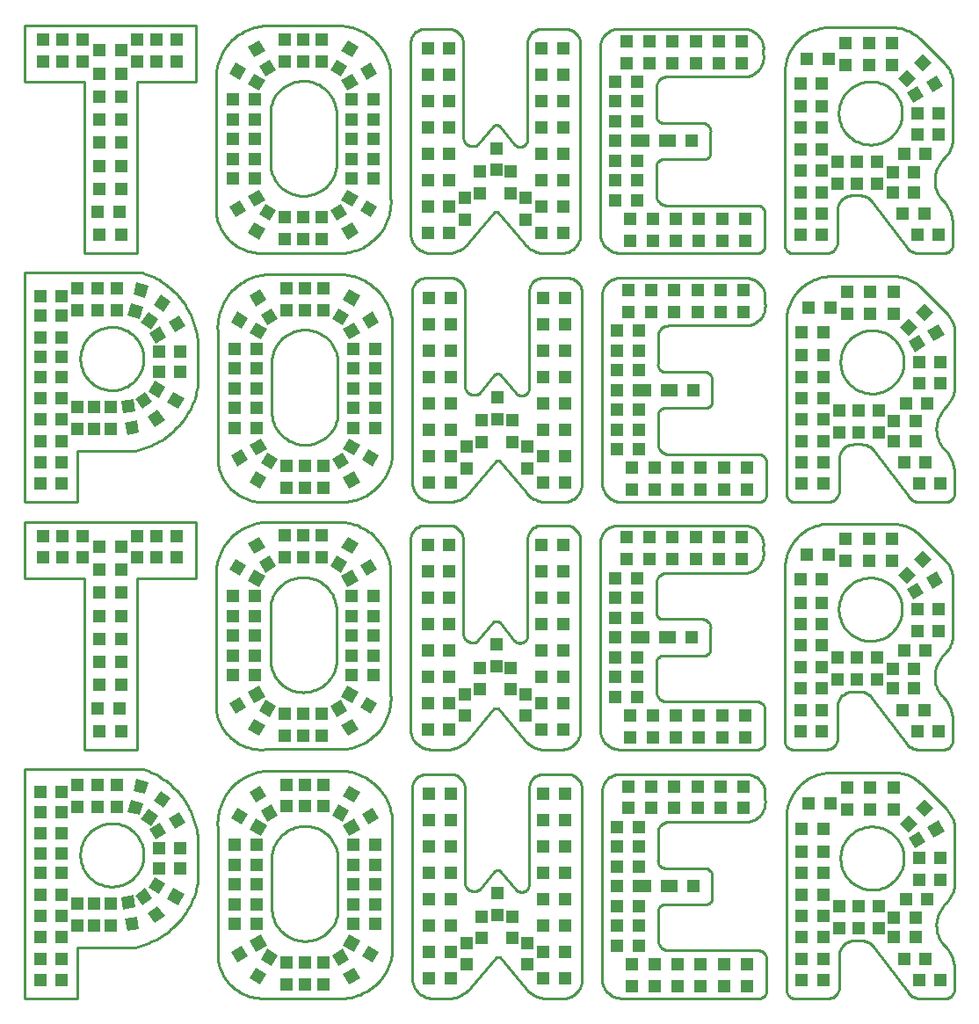
<source format=gtp>
G75*
G70*
%OFA0B0*%
%FSLAX25Y25*%
%IPPOS*%
%LPD*%
%AMOC8*
5,1,8,0,0,1.08239X$1,22.5*
%
%ADD11C,0.01000*%
%ADD17R,0.04720X0.04720*%
X0012500Y0012500D02*
G75*
%LPD*%
D11*
X0012500Y0012500D02*
X0012500Y0099380D01*
X0057500Y0099380D01*
X0078120Y0073130D02*
X0078120Y0056250D01*
X0054370Y0031880D02*
X0032500Y0031880D01*
X0032500Y0012500D01*
X0012500Y0012500D01*
X0054380Y0031880D02*
X0055440Y0032120D01*
X0056500Y0032410D01*
X0057540Y0032730D01*
X0058570Y0033090D01*
X0059590Y0033490D01*
X0060600Y0033920D01*
X0061590Y0034390D01*
X0062560Y0034890D01*
X0063510Y0035430D01*
X0064440Y0036000D01*
X0065350Y0036600D01*
X0066240Y0037240D01*
X0067110Y0037900D01*
X0067950Y0038600D01*
X0068770Y0039330D01*
X0069560Y0040080D01*
X0070320Y0040860D01*
X0071060Y0041670D01*
X0071760Y0042510D01*
X0072440Y0043370D01*
X0073080Y0044250D01*
X0073690Y0045160D01*
X0074270Y0046090D01*
X0074820Y0047030D01*
X0075330Y0048000D01*
X0075810Y0048980D01*
X0076250Y0049980D01*
X0076660Y0051000D01*
X0077020Y0052030D01*
X0077360Y0053070D01*
X0077650Y0054120D01*
X0077910Y0055180D01*
X0078130Y0056250D01*
X0078120Y0073120D02*
X0078020Y0074190D01*
X0077880Y0075250D01*
X0077700Y0076310D01*
X0077480Y0077360D01*
X0077230Y0078400D01*
X0076940Y0079440D01*
X0076610Y0080460D01*
X0076250Y0081470D01*
X0075850Y0082460D01*
X0075420Y0083440D01*
X0074950Y0084410D01*
X0074450Y0085350D01*
X0073910Y0086280D01*
X0073340Y0087190D01*
X0072740Y0088080D01*
X0072110Y0088950D01*
X0071450Y0089790D01*
X0070750Y0090610D01*
X0070030Y0091400D01*
X0069280Y0092170D01*
X0068510Y0092910D01*
X0067710Y0093620D01*
X0066880Y0094310D01*
X0066030Y0094960D01*
X0065160Y0095580D01*
X0064260Y0096170D01*
X0063350Y0096730D01*
X0062410Y0097260D01*
X0061460Y0097750D01*
X0060490Y0098210D01*
X0059510Y0098630D01*
X0058510Y0099020D01*
X0057490Y0099370D01*
X0033620Y0066880D02*
X0033640Y0067570D01*
X0033700Y0068260D01*
X0033800Y0068940D01*
X0033940Y0069620D01*
X0034110Y0070290D01*
X0034330Y0070950D01*
X0034580Y0071590D01*
X0034870Y0072220D01*
X0035200Y0072830D01*
X0035560Y0073420D01*
X0035950Y0073990D01*
X0036380Y0074530D01*
X0036830Y0075050D01*
X0037320Y0075550D01*
X0037830Y0076010D01*
X0038370Y0076440D01*
X0038940Y0076850D01*
X0039520Y0077210D01*
X0040130Y0077550D01*
X0040750Y0077850D01*
X0041390Y0078110D01*
X0042040Y0078330D01*
X0042710Y0078520D01*
X0043390Y0078670D01*
X0044070Y0078780D01*
X0044760Y0078850D01*
X0045450Y0078880D01*
X0046140Y0078870D01*
X0046830Y0078820D01*
X0047510Y0078730D01*
X0048190Y0078600D01*
X0048860Y0078430D01*
X0049530Y0078230D01*
X0050170Y0077980D01*
X0050800Y0077700D01*
X0051420Y0077390D01*
X0052010Y0077030D01*
X0052590Y0076650D01*
X0053140Y0076230D01*
X0053670Y0075780D01*
X0054170Y0075300D01*
X0054640Y0074800D01*
X0055080Y0074260D01*
X0055490Y0073710D01*
X0055870Y0073130D01*
X0056210Y0072530D01*
X0056520Y0071910D01*
X0056790Y0071270D01*
X0057020Y0070620D01*
X0057220Y0069960D01*
X0057380Y0069280D01*
X0057500Y0068600D01*
X0057580Y0067920D01*
X0057620Y0067230D01*
X0057620Y0066530D01*
X0057580Y0065840D01*
X0057500Y0065160D01*
X0057380Y0064480D01*
X0057220Y0063800D01*
X0057020Y0063140D01*
X0056790Y0062490D01*
X0056520Y0061850D01*
X0056210Y0061230D01*
X0055870Y0060630D01*
X0055490Y0060050D01*
X0055080Y0059500D01*
X0054640Y0058960D01*
X0054170Y0058460D01*
X0053670Y0057980D01*
X0053140Y0057530D01*
X0052590Y0057110D01*
X0052010Y0056730D01*
X0051420Y0056370D01*
X0050800Y0056060D01*
X0050170Y0055780D01*
X0049530Y0055530D01*
X0048860Y0055330D01*
X0048190Y0055160D01*
X0047510Y0055030D01*
X0046830Y0054940D01*
X0046140Y0054890D01*
X0045450Y0054880D01*
X0044760Y0054910D01*
X0044070Y0054980D01*
X0043390Y0055090D01*
X0042710Y0055240D01*
X0042040Y0055430D01*
X0041390Y0055650D01*
X0040750Y0055910D01*
X0040130Y0056210D01*
X0039520Y0056550D01*
X0038940Y0056910D01*
X0038370Y0057320D01*
X0037830Y0057750D01*
X0037320Y0058210D01*
X0036830Y0058710D01*
X0036380Y0059230D01*
X0035950Y0059770D01*
X0035560Y0060340D01*
X0035200Y0060930D01*
X0034870Y0061540D01*
X0034580Y0062170D01*
X0034330Y0062810D01*
X0034110Y0063470D01*
X0033940Y0064140D01*
X0033800Y0064820D01*
X0033700Y0065500D01*
X0033640Y0066190D01*
X0033620Y0066880D01*
D17*
X0026630Y0067500D03*
X0026630Y0060000D03*
X0026630Y0051880D03*
X0032500Y0048510D03*
X0038750Y0048510D03*
X0045000Y0048510D03*
X0045000Y0040240D03*
X0038750Y0040240D03*
X0032500Y0040240D03*
X0026630Y0043750D03*
X0026630Y0035630D03*
X0026630Y0027500D03*
X0026630Y0019380D03*
X0018360Y0019380D03*
X0018360Y0027500D03*
X0018360Y0035630D03*
X0018360Y0043750D03*
X0018360Y0051880D03*
X0018360Y0060000D03*
X0018360Y0067500D03*
X0018360Y0075000D03*
X0018360Y0083130D03*
X0018360Y0090630D03*
X0026630Y0090630D03*
X0032500Y0093510D03*
X0040000Y0093510D03*
X0047500Y0093510D03*
X0047500Y0085240D03*
X0040000Y0085240D03*
X0032500Y0085240D03*
X0026630Y0083130D03*
X0026630Y0075000D03*
X0063360Y0069380D03*
X0063360Y0061880D03*
X0071630Y0061880D03*
X0071630Y0069380D03*
D17*
G36*
X0069360Y0076740D02*
X0067000Y0080820D01*
X0071080Y0083180D01*
X0073440Y0079100D01*
X0069360Y0076740D01*
G37*
G36*
X0062200Y0072610D02*
X0059840Y0076690D01*
X0063920Y0079050D01*
X0066280Y0074970D01*
X0062200Y0072610D01*
G37*
G36*
X0060470Y0077860D02*
X0056620Y0080570D01*
X0059330Y0084420D01*
X0063180Y0081710D01*
X0060470Y0077860D01*
G37*
G36*
X0056150Y0081980D02*
X0051600Y0083210D01*
X0052830Y0087760D01*
X0057380Y0086530D01*
X0056150Y0081980D01*
G37*
G36*
X0065210Y0084630D02*
X0061360Y0087340D01*
X0064070Y0091190D01*
X0067920Y0088480D01*
X0065210Y0084630D01*
G37*
G36*
X0058290Y0089960D02*
X0053740Y0091190D01*
X0054970Y0095740D01*
X0059520Y0094510D01*
X0058290Y0089960D01*
G37*
G36*
X0059450Y0054330D02*
X0061810Y0058410D01*
X0065890Y0056050D01*
X0063530Y0051970D01*
X0059450Y0054330D01*
G37*
G36*
X0054360Y0051570D02*
X0058210Y0054280D01*
X0060920Y0050430D01*
X0057070Y0047720D01*
X0054360Y0051570D01*
G37*
G36*
X0049070Y0050810D02*
X0053710Y0051630D01*
X0054530Y0046990D01*
X0049890Y0046170D01*
X0049070Y0050810D01*
G37*
G36*
X0050510Y0042670D02*
X0055150Y0043490D01*
X0055970Y0038850D01*
X0051330Y0038030D01*
X0050510Y0042670D01*
G37*
G36*
X0059100Y0044790D02*
X0062950Y0047500D01*
X0065660Y0043650D01*
X0061810Y0040940D01*
X0059100Y0044790D01*
G37*
G36*
X0066610Y0050200D02*
X0068970Y0054280D01*
X0073050Y0051920D01*
X0070690Y0047840D01*
X0066610Y0050200D01*
G37*
X0085630Y0012500D02*
G75*
%LPD*%
D11*
X0085670Y0028200D02*
X0085670Y0077570D01*
X0085630Y0078440D01*
X0085640Y0079320D01*
X0085680Y0080190D01*
X0085760Y0081060D01*
X0085870Y0081930D01*
X0086030Y0082790D01*
X0086220Y0083640D01*
X0086450Y0084490D01*
X0086710Y0085320D01*
X0087010Y0086140D01*
X0087350Y0086950D01*
X0087720Y0087740D01*
X0088130Y0088510D01*
X0088570Y0089270D01*
X0089040Y0090000D01*
X0089540Y0090720D01*
X0090080Y0091410D01*
X0090640Y0092080D01*
X0091240Y0092720D01*
X0091860Y0093340D01*
X0092500Y0093930D01*
X0093170Y0094490D01*
X0093870Y0095020D01*
X0094590Y0095520D01*
X0095330Y0095980D01*
X0096080Y0096420D01*
X0096860Y0096820D01*
X0097650Y0097190D01*
X0098460Y0097520D01*
X0099290Y0097820D01*
X0100120Y0098080D01*
X0100970Y0098300D01*
X0101820Y0098490D01*
X0102680Y0098640D01*
X0103550Y0098750D01*
X0104420Y0098820D01*
X0131300Y0098820D01*
X0131290Y0098820D02*
X0132170Y0098830D01*
X0133040Y0098800D01*
X0133910Y0098730D01*
X0134780Y0098620D01*
X0135640Y0098480D01*
X0136490Y0098300D01*
X0137340Y0098080D01*
X0138170Y0097830D01*
X0139000Y0097540D01*
X0139810Y0097210D01*
X0140600Y0096850D01*
X0141380Y0096450D01*
X0142140Y0096020D01*
X0142880Y0095560D01*
X0143600Y0095070D01*
X0144300Y0094540D01*
X0144970Y0093990D01*
X0145620Y0093400D01*
X0146240Y0092790D01*
X0146840Y0092150D01*
X0147410Y0091490D01*
X0147940Y0090800D01*
X0148450Y0090090D01*
X0148930Y0089360D01*
X0149370Y0088610D01*
X0149780Y0087840D01*
X0150160Y0087050D01*
X0150500Y0086250D01*
X0150810Y0085430D01*
X0151080Y0084600D01*
X0151310Y0083760D01*
X0151510Y0082910D01*
X0151670Y0082050D01*
X0151790Y0081190D01*
X0151870Y0080320D01*
X0151920Y0079450D01*
X0151920Y0033200D01*
X0151930Y0033200D02*
X0151970Y0032330D01*
X0151960Y0031460D01*
X0151920Y0030590D01*
X0151840Y0029720D01*
X0151720Y0028860D01*
X0151560Y0028000D01*
X0151370Y0027150D01*
X0151130Y0026310D01*
X0150860Y0025480D01*
X0150550Y0024670D01*
X0150210Y0023870D01*
X0149830Y0023080D01*
X0149410Y0022320D01*
X0148960Y0021570D01*
X0148480Y0020840D01*
X0147970Y0020140D01*
X0147420Y0019460D01*
X0146850Y0018810D01*
X0146240Y0018180D01*
X0145610Y0017580D01*
X0144950Y0017010D01*
X0144270Y0016470D01*
X0143560Y0015950D01*
X0142830Y0015480D01*
X0142090Y0015030D01*
X0141320Y0014620D01*
X0140530Y0014250D01*
X0139730Y0013910D01*
X0138910Y0013600D01*
X0138080Y0013330D01*
X0137240Y0013100D01*
X0136390Y0012910D01*
X0135530Y0012760D01*
X0134670Y0012650D01*
X0133800Y0012570D01*
X0134420Y0012570D02*
X0104420Y0012570D01*
X0103600Y0012520D01*
X0102780Y0012500D01*
X0101960Y0012520D01*
X0101140Y0012590D01*
X0100330Y0012690D01*
X0099520Y0012830D01*
X0098710Y0013010D01*
X0097920Y0013220D01*
X0097140Y0013480D01*
X0096370Y0013770D01*
X0095620Y0014090D01*
X0094880Y0014450D01*
X0094160Y0014850D01*
X0093460Y0015280D01*
X0092780Y0015750D01*
X0092130Y0016240D01*
X0091500Y0016770D01*
X0090890Y0017320D01*
X0090310Y0017910D01*
X0089760Y0018520D01*
X0089240Y0019150D01*
X0088760Y0019810D01*
X0088300Y0020490D01*
X0087870Y0021200D01*
X0087480Y0021920D01*
X0087130Y0022660D01*
X0086810Y0023420D01*
X0086520Y0024190D01*
X0086280Y0024970D01*
X0086070Y0025770D01*
X0085900Y0026570D01*
X0085760Y0027380D01*
X0085670Y0028200D01*
X0106300Y0045700D02*
X0106300Y0066950D01*
X0106410Y0067640D01*
X0106560Y0068310D01*
X0106750Y0068980D01*
X0106970Y0069640D01*
X0107230Y0070280D01*
X0107520Y0070910D01*
X0107850Y0071520D01*
X0108210Y0072110D01*
X0108610Y0072680D01*
X0109030Y0073230D01*
X0109480Y0073750D01*
X0109970Y0074250D01*
X0110480Y0074720D01*
X0111010Y0075160D01*
X0111570Y0075570D01*
X0112150Y0075950D01*
X0112750Y0076300D01*
X0113360Y0076610D01*
X0114000Y0076890D01*
X0114650Y0077140D01*
X0115310Y0077350D01*
X0115980Y0077520D01*
X0116660Y0077650D01*
X0117340Y0077750D01*
X0118040Y0077810D01*
X0118730Y0077830D01*
X0119420Y0077810D01*
X0120110Y0077760D01*
X0120800Y0077660D01*
X0121480Y0077530D01*
X0122150Y0077360D01*
X0122810Y0077160D01*
X0123460Y0076920D01*
X0124100Y0076640D01*
X0124720Y0076330D01*
X0125320Y0075980D01*
X0125900Y0075610D01*
X0126460Y0075200D01*
X0127000Y0074760D01*
X0127510Y0074290D01*
X0127990Y0073800D01*
X0128450Y0073270D01*
X0128880Y0072730D01*
X0129270Y0072160D01*
X0129640Y0071570D01*
X0129970Y0070960D01*
X0130270Y0070340D01*
X0130530Y0069700D01*
X0130760Y0069040D01*
X0130950Y0068370D01*
X0131100Y0067700D01*
X0131220Y0067010D01*
X0131290Y0066330D01*
X0131300Y0066320D02*
X0131300Y0045070D01*
X0131290Y0045070D02*
X0131180Y0044380D01*
X0131030Y0043710D01*
X0130840Y0043040D01*
X0130620Y0042380D01*
X0130360Y0041740D01*
X0130070Y0041110D01*
X0129740Y0040500D01*
X0129380Y0039910D01*
X0128980Y0039340D01*
X0128560Y0038790D01*
X0128110Y0038270D01*
X0127620Y0037770D01*
X0127110Y0037300D01*
X0126580Y0036860D01*
X0126020Y0036450D01*
X0125440Y0036070D01*
X0124840Y0035720D01*
X0124230Y0035410D01*
X0123590Y0035130D01*
X0122940Y0034880D01*
X0122280Y0034670D01*
X0121610Y0034500D01*
X0120930Y0034370D01*
X0120250Y0034270D01*
X0119550Y0034210D01*
X0118860Y0034190D01*
X0118170Y0034210D01*
X0117480Y0034260D01*
X0116790Y0034360D01*
X0116110Y0034490D01*
X0115440Y0034660D01*
X0114780Y0034860D01*
X0114130Y0035100D01*
X0113490Y0035380D01*
X0112870Y0035690D01*
X0112270Y0036040D01*
X0111690Y0036410D01*
X0111130Y0036820D01*
X0110590Y0037260D01*
X0110080Y0037730D01*
X0109600Y0038220D01*
X0109140Y0038750D01*
X0108710Y0039290D01*
X0108320Y0039860D01*
X0107950Y0040450D01*
X0107620Y0041060D01*
X0107320Y0041680D01*
X0107060Y0042320D01*
X0106830Y0042980D01*
X0106640Y0043650D01*
X0106490Y0044320D01*
X0106370Y0045010D01*
X0106300Y0045690D01*
D17*
X0100430Y0048200D03*
X0100430Y0055700D03*
X0100430Y0063200D03*
X0100430Y0070700D03*
X0092160Y0070700D03*
X0092160Y0063200D03*
X0092160Y0055700D03*
X0092160Y0048200D03*
X0092160Y0040700D03*
X0100430Y0040700D03*
X0111920Y0026080D03*
X0118800Y0026080D03*
X0125670Y0026080D03*
X0125670Y0017810D03*
X0118800Y0017810D03*
X0111920Y0017810D03*
X0137160Y0040700D03*
X0137160Y0048200D03*
X0137160Y0055700D03*
X0137160Y0063200D03*
X0137160Y0070700D03*
X0145430Y0070700D03*
X0145430Y0063200D03*
X0145430Y0055700D03*
X0145430Y0048200D03*
X0145430Y0040700D03*
X0125670Y0085310D03*
X0118800Y0085310D03*
X0111920Y0085310D03*
X0111920Y0093580D03*
X0118800Y0093580D03*
X0125670Y0093580D03*
D17*
G36*
X0137350Y0086680D02*
X0133270Y0089040D01*
X0135630Y0093120D01*
X0139710Y0090760D01*
X0137350Y0086680D01*
G37*
G36*
X0133210Y0079520D02*
X0129130Y0081880D01*
X0131490Y0085960D01*
X0135570Y0083600D01*
X0133210Y0079520D01*
G37*
G36*
X0135610Y0074160D02*
X0133250Y0078240D01*
X0137330Y0080600D01*
X0139690Y0076520D01*
X0135610Y0074160D01*
G37*
G36*
X0142770Y0078290D02*
X0140410Y0082370D01*
X0144490Y0084730D01*
X0146850Y0080650D01*
X0142770Y0078290D01*
G37*
G36*
X0108460Y0081880D02*
X0104380Y0079520D01*
X0102020Y0083600D01*
X0106100Y0085960D01*
X0108460Y0081880D01*
G37*
G36*
X0104350Y0078240D02*
X0101990Y0074160D01*
X0097910Y0076520D01*
X0100270Y0080600D01*
X0104350Y0078240D01*
G37*
G36*
X0097190Y0082370D02*
X0094830Y0078290D01*
X0090750Y0080650D01*
X0093110Y0084730D01*
X0097190Y0082370D01*
G37*
G36*
X0104320Y0089040D02*
X0100240Y0086680D01*
X0097880Y0090760D01*
X0101960Y0093120D01*
X0104320Y0089040D01*
G37*
G36*
X0101990Y0036610D02*
X0104350Y0032530D01*
X0100270Y0030170D01*
X0097910Y0034250D01*
X0101990Y0036610D01*
G37*
G36*
X0104380Y0031250D02*
X0108460Y0028890D01*
X0106100Y0024810D01*
X0102020Y0027170D01*
X0104380Y0031250D01*
G37*
G36*
X0100240Y0024090D02*
X0104320Y0021730D01*
X0101960Y0017650D01*
X0097880Y0020010D01*
X0100240Y0024090D01*
G37*
G36*
X0094830Y0032470D02*
X0097190Y0028390D01*
X0093110Y0026030D01*
X0090750Y0030110D01*
X0094830Y0032470D01*
G37*
G36*
X0129130Y0028890D02*
X0133210Y0031250D01*
X0135570Y0027170D01*
X0131490Y0024810D01*
X0129130Y0028890D01*
G37*
G36*
X0133250Y0032530D02*
X0135610Y0036610D01*
X0139690Y0034250D01*
X0137330Y0030170D01*
X0133250Y0032530D01*
G37*
G36*
X0140410Y0028390D02*
X0142770Y0032470D01*
X0146850Y0030110D01*
X0144490Y0026030D01*
X0140410Y0028390D01*
G37*
G36*
X0133270Y0021730D02*
X0137350Y0024090D01*
X0139710Y0020010D01*
X0135630Y0017650D01*
X0133270Y0021730D01*
G37*
X0159470Y0012500D02*
G75*
%LPD*%
D11*
X0159480Y0020510D02*
X0159480Y0092090D01*
X0159500Y0092540D01*
X0159550Y0092980D01*
X0159650Y0093420D01*
X0159770Y0093850D01*
X0159940Y0094260D01*
X0160130Y0094660D01*
X0160360Y0095050D01*
X0160620Y0095410D01*
X0160910Y0095750D01*
X0161230Y0096070D01*
X0161570Y0096360D01*
X0161930Y0096620D01*
X0162320Y0096850D01*
X0162720Y0097040D01*
X0163130Y0097210D01*
X0163560Y0097330D01*
X0164000Y0097430D01*
X0164440Y0097480D01*
X0164890Y0097500D01*
X0164890Y0097510D02*
X0174280Y0097510D01*
X0174740Y0097470D01*
X0175190Y0097380D01*
X0175630Y0097270D01*
X0176060Y0097110D01*
X0176470Y0096920D01*
X0176870Y0096700D01*
X0177250Y0096440D01*
X0177600Y0096160D01*
X0177930Y0095840D01*
X0178240Y0095500D01*
X0178510Y0095140D01*
X0178750Y0094750D01*
X0178970Y0094350D01*
X0179140Y0093930D01*
X0179280Y0093490D01*
X0179390Y0093050D01*
X0179460Y0092600D01*
X0179490Y0092140D01*
X0179480Y0091690D01*
X0179480Y0056880D01*
X0179470Y0056880D02*
X0179460Y0056520D01*
X0179480Y0056160D01*
X0179540Y0055810D01*
X0179640Y0055460D01*
X0179770Y0055130D01*
X0179930Y0054810D01*
X0180130Y0054510D01*
X0180360Y0054230D01*
X0180610Y0053970D01*
X0180890Y0053750D01*
X0181190Y0053550D01*
X0181500Y0053380D01*
X0181840Y0053250D01*
X0182180Y0053150D01*
X0182540Y0053090D01*
X0182900Y0053060D01*
X0183260Y0053070D01*
X0183610Y0053120D01*
X0183960Y0053200D01*
X0184300Y0053320D01*
X0184630Y0053480D01*
X0184930Y0053660D01*
X0185220Y0053880D01*
X0190650Y0060560D01*
X0190850Y0060740D01*
X0191080Y0060880D01*
X0191320Y0060990D01*
X0191580Y0061070D01*
X0191850Y0061110D01*
X0192110Y0061110D01*
X0192380Y0061070D01*
X0192640Y0060990D01*
X0192880Y0060880D01*
X0193110Y0060740D01*
X0193310Y0060560D01*
X0193300Y0060560D02*
X0198830Y0053780D01*
X0199060Y0053550D01*
X0199310Y0053350D01*
X0199590Y0053180D01*
X0199880Y0053050D01*
X0200190Y0052940D01*
X0200510Y0052880D01*
X0200830Y0052840D01*
X0201150Y0052850D01*
X0201480Y0052890D01*
X0201790Y0052960D01*
X0202100Y0053070D01*
X0202390Y0053220D01*
X0202660Y0053390D01*
X0202910Y0053600D01*
X0203140Y0053830D01*
X0203340Y0054080D01*
X0203510Y0054360D01*
X0203640Y0054650D01*
X0203750Y0054960D01*
X0203810Y0055280D01*
X0203850Y0055600D01*
X0203850Y0092220D01*
X0203860Y0092220D02*
X0203880Y0092660D01*
X0203930Y0093090D01*
X0204020Y0093520D01*
X0204150Y0093930D01*
X0204300Y0094340D01*
X0204500Y0094730D01*
X0204720Y0095110D01*
X0204970Y0095460D01*
X0205260Y0095800D01*
X0205560Y0096100D01*
X0205900Y0096390D01*
X0206250Y0096640D01*
X0206630Y0096860D01*
X0207020Y0097060D01*
X0207430Y0097210D01*
X0207840Y0097340D01*
X0208270Y0097430D01*
X0208700Y0097480D01*
X0209140Y0097500D01*
X0209140Y0097510D02*
X0218570Y0097510D01*
X0218570Y0097500D02*
X0219030Y0097460D01*
X0219490Y0097370D01*
X0219940Y0097250D01*
X0220370Y0097100D01*
X0220790Y0096900D01*
X0221200Y0096680D01*
X0221580Y0096420D01*
X0221940Y0096130D01*
X0222280Y0095810D01*
X0222590Y0095470D01*
X0222860Y0095100D01*
X0223110Y0094710D01*
X0223330Y0094300D01*
X0223510Y0093870D01*
X0223650Y0093430D01*
X0223760Y0092980D01*
X0223830Y0092520D01*
X0223860Y0092060D01*
X0223850Y0091600D01*
X0223850Y0020240D01*
X0217370Y0012510D02*
X0209000Y0012510D01*
X0202420Y0016440D02*
X0192780Y0027950D01*
X0192790Y0027960D02*
X0192690Y0028030D01*
X0192580Y0028090D01*
X0192460Y0028130D01*
X0192340Y0028140D01*
X0191090Y0027870D02*
X0181930Y0016840D01*
X0174390Y0012510D02*
X0166860Y0012510D01*
X0166310Y0012550D01*
X0165770Y0012630D01*
X0165230Y0012750D01*
X0164700Y0012910D01*
X0164190Y0013100D01*
X0163690Y0013330D01*
X0163210Y0013600D01*
X0162750Y0013900D01*
X0162310Y0014230D01*
X0161900Y0014590D01*
X0161510Y0014980D01*
X0161150Y0015400D01*
X0160820Y0015840D01*
X0160530Y0016300D01*
X0160270Y0016790D01*
X0160040Y0017290D01*
X0159850Y0017800D01*
X0159700Y0018330D01*
X0159590Y0018870D01*
X0159510Y0019410D01*
X0159470Y0019960D01*
X0159480Y0020510D01*
X0174390Y0012500D02*
X0175020Y0012600D01*
X0175640Y0012740D01*
X0176250Y0012910D01*
X0176860Y0013110D01*
X0177450Y0013350D01*
X0178030Y0013620D01*
X0178590Y0013920D01*
X0179130Y0014250D01*
X0179660Y0014610D01*
X0180160Y0015010D01*
X0180640Y0015430D01*
X0181100Y0015870D01*
X0181530Y0016340D01*
X0181930Y0016840D01*
X0191090Y0027870D02*
X0191280Y0027980D01*
X0191480Y0028070D01*
X0191690Y0028130D01*
X0191910Y0028160D01*
X0192130Y0028160D01*
X0192340Y0028130D01*
X0202420Y0016440D02*
X0202790Y0015960D01*
X0203200Y0015510D01*
X0203630Y0015090D01*
X0204080Y0014690D01*
X0204560Y0014320D01*
X0205060Y0013980D01*
X0205580Y0013670D01*
X0206110Y0013390D01*
X0206670Y0013140D01*
X0207230Y0012930D01*
X0207810Y0012750D01*
X0208400Y0012610D01*
X0208990Y0012510D01*
X0217370Y0012510D02*
X0217880Y0012570D01*
X0218380Y0012670D01*
X0218870Y0012800D01*
X0219350Y0012970D01*
X0219820Y0013170D01*
X0220270Y0013410D01*
X0220700Y0013680D01*
X0221120Y0013970D01*
X0221510Y0014300D01*
X0221870Y0014650D01*
X0222210Y0015030D01*
X0222530Y0015430D01*
X0222810Y0015850D01*
X0223060Y0016300D01*
X0223280Y0016750D01*
X0223470Y0017230D01*
X0223620Y0017710D01*
X0223740Y0018210D01*
X0223820Y0018710D01*
X0223870Y0019220D01*
X0223880Y0019730D01*
X0223850Y0020230D01*
D17*
X0217360Y0020010D03*
X0209090Y0020010D03*
X0203230Y0025250D03*
X0209090Y0030010D03*
X0203230Y0033520D03*
X0197600Y0035250D03*
X0197600Y0043520D03*
X0191980Y0044000D03*
X0185730Y0043520D03*
X0185730Y0035250D03*
X0180100Y0033520D03*
X0174240Y0030010D03*
X0180100Y0025250D03*
X0174240Y0020010D03*
X0165970Y0020010D03*
X0165970Y0030010D03*
X0165970Y0040010D03*
X0174240Y0040010D03*
X0174240Y0050010D03*
X0165970Y0050010D03*
X0165970Y0060010D03*
X0174240Y0060010D03*
X0174240Y0070010D03*
X0165970Y0070010D03*
X0165970Y0080010D03*
X0174240Y0080010D03*
X0174240Y0090010D03*
X0165970Y0090010D03*
X0191980Y0052270D03*
X0209090Y0050010D03*
X0217360Y0050010D03*
X0217360Y0060010D03*
X0209090Y0060010D03*
X0209090Y0070010D03*
X0217360Y0070010D03*
X0217360Y0080010D03*
X0209090Y0080010D03*
X0209090Y0090010D03*
X0217360Y0090010D03*
X0217360Y0040010D03*
X0209090Y0040010D03*
X0217360Y0030010D03*
X0231380Y0012500D02*
G75*
%LPD*%
D11*
X0238910Y0012510D02*
X0291030Y0012510D01*
X0291030Y0012500D02*
X0291350Y0012520D01*
X0291670Y0012570D01*
X0291980Y0012660D01*
X0292280Y0012790D01*
X0292560Y0012940D01*
X0292830Y0013130D01*
X0293070Y0013340D01*
X0293280Y0013580D01*
X0293470Y0013850D01*
X0293620Y0014130D01*
X0293750Y0014430D01*
X0293840Y0014740D01*
X0293890Y0015060D01*
X0293910Y0015380D01*
X0293910Y0027760D01*
X0293900Y0027750D02*
X0293850Y0028080D01*
X0293770Y0028410D01*
X0293650Y0028720D01*
X0293500Y0029020D01*
X0293320Y0029300D01*
X0293110Y0029560D01*
X0292880Y0029800D01*
X0292620Y0030020D01*
X0292340Y0030200D01*
X0292040Y0030350D01*
X0291730Y0030480D01*
X0291410Y0030570D01*
X0291080Y0030620D01*
X0290740Y0030640D01*
X0290410Y0030620D01*
X0290410Y0030630D02*
X0257030Y0030630D01*
X0256660Y0030620D01*
X0256280Y0030640D01*
X0255910Y0030700D01*
X0255550Y0030790D01*
X0255190Y0030920D01*
X0254850Y0031080D01*
X0254520Y0031260D01*
X0254220Y0031480D01*
X0253930Y0031730D01*
X0253670Y0032000D01*
X0253430Y0032290D01*
X0253230Y0032600D01*
X0253050Y0032930D01*
X0252900Y0033280D01*
X0252790Y0033640D01*
X0252710Y0034000D01*
X0252660Y0034380D01*
X0252660Y0045630D01*
X0252710Y0045950D01*
X0252800Y0046250D01*
X0252920Y0046540D01*
X0253070Y0046820D01*
X0253250Y0047080D01*
X0253470Y0047320D01*
X0253700Y0047530D01*
X0253960Y0047710D01*
X0254240Y0047870D01*
X0254530Y0047990D01*
X0254840Y0048080D01*
X0255150Y0048130D01*
X0255470Y0048150D01*
X0255780Y0048130D01*
X0270410Y0048130D01*
X0270410Y0048140D02*
X0270720Y0048120D01*
X0271030Y0048140D01*
X0271340Y0048190D01*
X0271630Y0048290D01*
X0271920Y0048410D01*
X0272180Y0048580D01*
X0272430Y0048770D01*
X0272650Y0048990D01*
X0272840Y0049230D01*
X0273000Y0049500D01*
X0273130Y0049780D01*
X0273220Y0050080D01*
X0273280Y0050390D01*
X0273280Y0050380D02*
X0273280Y0058370D01*
X0273270Y0058370D02*
X0273290Y0058700D01*
X0273270Y0059040D01*
X0273210Y0059370D01*
X0273130Y0059690D01*
X0273000Y0060010D01*
X0272850Y0060310D01*
X0272660Y0060590D01*
X0272450Y0060850D01*
X0272210Y0061080D01*
X0271950Y0061290D01*
X0271660Y0061470D01*
X0271360Y0061620D01*
X0271050Y0061740D01*
X0270720Y0061820D01*
X0270390Y0061870D01*
X0270400Y0061880D02*
X0255050Y0061880D01*
X0255050Y0061890D02*
X0254750Y0061940D01*
X0254450Y0062030D01*
X0254170Y0062140D01*
X0253910Y0062290D01*
X0253660Y0062470D01*
X0253430Y0062670D01*
X0253230Y0062900D01*
X0253050Y0063150D01*
X0252910Y0063420D01*
X0252790Y0063700D01*
X0252710Y0063990D01*
X0252660Y0064290D01*
X0252640Y0064600D01*
X0252660Y0064900D01*
X0252660Y0075380D01*
X0252680Y0075770D01*
X0252740Y0076160D01*
X0252830Y0076540D01*
X0252960Y0076910D01*
X0253130Y0077270D01*
X0253330Y0077600D01*
X0253570Y0077920D01*
X0253830Y0078210D01*
X0254120Y0078470D01*
X0254440Y0078710D01*
X0254770Y0078910D01*
X0255130Y0079080D01*
X0255500Y0079210D01*
X0255880Y0079300D01*
X0256270Y0079360D01*
X0256660Y0079380D01*
X0286640Y0079380D01*
X0287180Y0079460D01*
X0287710Y0079590D01*
X0288230Y0079750D01*
X0288740Y0079950D01*
X0289230Y0080180D01*
X0289700Y0080450D01*
X0290160Y0080750D01*
X0290590Y0081090D01*
X0290990Y0081450D01*
X0291370Y0081840D01*
X0291720Y0082260D01*
X0292040Y0082700D01*
X0292330Y0083170D01*
X0292590Y0083650D01*
X0292800Y0084150D01*
X0292990Y0084660D01*
X0293130Y0085190D01*
X0293240Y0085720D01*
X0293310Y0086260D01*
X0293340Y0086810D01*
X0293330Y0087350D01*
X0293280Y0087900D01*
X0293280Y0089500D01*
X0293310Y0090020D01*
X0293300Y0090550D01*
X0293250Y0091080D01*
X0293160Y0091600D01*
X0293040Y0092110D01*
X0292880Y0092620D01*
X0292680Y0093110D01*
X0292450Y0093590D01*
X0292190Y0094040D01*
X0291890Y0094480D01*
X0291560Y0094900D01*
X0291210Y0095290D01*
X0290830Y0095660D01*
X0290420Y0095990D01*
X0289990Y0096300D01*
X0289540Y0096580D01*
X0289070Y0096820D01*
X0288580Y0097030D01*
X0288080Y0097200D01*
X0287570Y0097340D01*
X0287050Y0097440D01*
X0286520Y0097500D01*
X0286520Y0097510D02*
X0237660Y0097510D01*
X0237660Y0097500D02*
X0237140Y0097440D01*
X0236640Y0097330D01*
X0236140Y0097190D01*
X0235660Y0097010D01*
X0235190Y0096800D01*
X0234740Y0096550D01*
X0234300Y0096270D01*
X0233890Y0095960D01*
X0233510Y0095610D01*
X0233150Y0095240D01*
X0232820Y0094850D01*
X0232520Y0094430D01*
X0232250Y0093980D01*
X0232020Y0093520D01*
X0231820Y0093050D01*
X0231660Y0092560D01*
X0231530Y0092060D01*
X0231440Y0091550D01*
X0231390Y0091040D01*
X0231380Y0090520D01*
X0231410Y0090010D01*
X0231410Y0020010D01*
X0231430Y0019470D01*
X0231490Y0018940D01*
X0231580Y0018420D01*
X0231710Y0017900D01*
X0231880Y0017390D01*
X0232090Y0016890D01*
X0232330Y0016420D01*
X0232600Y0015960D01*
X0232910Y0015520D01*
X0233240Y0015100D01*
X0233610Y0014710D01*
X0234000Y0014340D01*
X0234420Y0014010D01*
X0234860Y0013700D01*
X0235320Y0013430D01*
X0235790Y0013190D01*
X0236290Y0012980D01*
X0236800Y0012810D01*
X0237320Y0012680D01*
X0237840Y0012590D01*
X0238370Y0012530D01*
X0238910Y0012510D01*
D17*
X0242660Y0017120D03*
X0242660Y0025390D03*
X0245540Y0032510D03*
X0245540Y0040010D03*
X0245540Y0047510D03*
X0245540Y0055010D03*
X0247900Y0055010D03*
X0245540Y0062510D03*
X0245540Y0070010D03*
X0245540Y0077510D03*
X0241410Y0084620D03*
X0237270Y0077510D03*
X0237270Y0070010D03*
X0237270Y0062510D03*
X0237270Y0055010D03*
X0237270Y0047510D03*
X0237270Y0040010D03*
X0237270Y0032510D03*
X0251410Y0025390D03*
X0251410Y0017120D03*
X0260160Y0017120D03*
X0260160Y0025390D03*
X0268910Y0025390D03*
X0268910Y0017120D03*
X0277660Y0017120D03*
X0277660Y0025390D03*
X0286410Y0025390D03*
X0286410Y0017120D03*
X0266170Y0055010D03*
X0257900Y0055010D03*
X0256170Y0055010D03*
X0258910Y0084620D03*
X0258910Y0092890D03*
X0250160Y0092890D03*
X0250160Y0084620D03*
X0241410Y0092890D03*
X0267660Y0092890D03*
X0267660Y0084620D03*
X0276410Y0084620D03*
X0276410Y0092890D03*
X0285160Y0092890D03*
X0285160Y0084620D03*
X0301410Y0012500D02*
G75*
%LPD*%
D11*
X0304220Y0012500D02*
X0317470Y0012500D01*
X0317870Y0012550D01*
X0318250Y0012630D01*
X0318630Y0012750D01*
X0318990Y0012900D01*
X0319340Y0013090D01*
X0319670Y0013310D01*
X0319980Y0013550D01*
X0320270Y0013830D01*
X0320530Y0014130D01*
X0320750Y0014450D01*
X0320950Y0014790D01*
X0321120Y0015150D01*
X0321250Y0015520D01*
X0321350Y0015900D01*
X0321410Y0016290D01*
X0321440Y0016690D01*
X0321430Y0017080D01*
X0321430Y0028790D01*
X0321450Y0029250D01*
X0321510Y0029710D01*
X0321600Y0030160D01*
X0321730Y0030610D01*
X0321900Y0031040D01*
X0322100Y0031450D01*
X0322340Y0031850D01*
X0322610Y0032220D01*
X0322910Y0032580D01*
X0323230Y0032900D01*
X0323590Y0033200D01*
X0323960Y0033470D01*
X0324360Y0033710D01*
X0324770Y0033910D01*
X0325200Y0034080D01*
X0325650Y0034210D01*
X0326100Y0034300D01*
X0326560Y0034360D01*
X0327020Y0034380D01*
X0329910Y0034380D01*
X0334350Y0032180D02*
X0347380Y0015150D01*
X0351470Y0012500D02*
X0361640Y0012500D01*
X0362010Y0012520D01*
X0362380Y0012580D01*
X0362730Y0012670D01*
X0363080Y0012810D01*
X0363410Y0012970D01*
X0363720Y0013180D01*
X0364010Y0013410D01*
X0364270Y0013670D01*
X0364500Y0013960D01*
X0364710Y0014270D01*
X0364870Y0014600D01*
X0365010Y0014950D01*
X0365100Y0015300D01*
X0365160Y0015670D01*
X0365180Y0016040D01*
X0365180Y0022800D01*
X0361410Y0032520D02*
X0361360Y0032570D01*
X0361370Y0032570D02*
X0360940Y0033030D01*
X0360530Y0033510D01*
X0360160Y0034020D01*
X0359820Y0034550D01*
X0359510Y0035100D01*
X0359230Y0035670D01*
X0358990Y0036250D01*
X0358780Y0036840D01*
X0358610Y0037450D01*
X0358480Y0038070D01*
X0358390Y0038690D01*
X0358330Y0039320D01*
X0358310Y0039950D01*
X0362050Y0048750D02*
X0362050Y0048750D01*
X0365180Y0056300D02*
X0365180Y0076880D01*
X0362080Y0084350D02*
X0352730Y0093700D01*
X0342040Y0098130D02*
X0318810Y0098130D01*
X0318800Y0098130D02*
X0317990Y0098120D01*
X0317180Y0098080D01*
X0316370Y0098000D01*
X0315570Y0097880D01*
X0314770Y0097720D01*
X0313980Y0097520D01*
X0313200Y0097290D01*
X0312440Y0097020D01*
X0311680Y0096710D01*
X0310950Y0096370D01*
X0310230Y0096000D01*
X0309530Y0095590D01*
X0308840Y0095140D01*
X0308190Y0094670D01*
X0307550Y0094160D01*
X0306940Y0093630D01*
X0306350Y0093060D01*
X0305800Y0092470D01*
X0305270Y0091860D01*
X0304770Y0091210D01*
X0304300Y0090550D01*
X0303870Y0089860D01*
X0303460Y0089160D01*
X0303100Y0088430D01*
X0302760Y0087690D01*
X0302460Y0086940D01*
X0302200Y0086170D01*
X0301980Y0085390D01*
X0301790Y0084600D01*
X0301640Y0083800D01*
X0301530Y0082990D01*
X0301460Y0082180D01*
X0301420Y0081370D01*
X0301430Y0081370D02*
X0301430Y0015920D01*
X0301410Y0015600D01*
X0301430Y0015270D01*
X0301480Y0014950D01*
X0301570Y0014630D01*
X0301690Y0014330D01*
X0301840Y0014040D01*
X0302010Y0013760D01*
X0302220Y0013510D01*
X0302450Y0013280D01*
X0302710Y0013080D01*
X0302980Y0012900D01*
X0303270Y0012750D01*
X0303580Y0012640D01*
X0303900Y0012560D01*
X0304220Y0012510D01*
X0329910Y0034380D02*
X0330380Y0034360D01*
X0330840Y0034300D01*
X0331290Y0034210D01*
X0331740Y0034070D01*
X0332180Y0033900D01*
X0332590Y0033690D01*
X0332990Y0033450D01*
X0333370Y0033180D01*
X0333720Y0032880D01*
X0334050Y0032540D01*
X0334350Y0032190D01*
X0361410Y0032520D02*
X0361890Y0032000D01*
X0362340Y0031440D01*
X0362760Y0030870D01*
X0363150Y0030270D01*
X0363510Y0029650D01*
X0363830Y0029020D01*
X0364130Y0028370D01*
X0364380Y0027700D01*
X0364610Y0027020D01*
X0364790Y0026330D01*
X0364940Y0025640D01*
X0365060Y0024930D01*
X0365130Y0024220D01*
X0365170Y0023510D01*
X0365180Y0022800D01*
X0351480Y0012510D02*
X0351020Y0012580D01*
X0350580Y0012690D01*
X0350140Y0012830D01*
X0349720Y0013020D01*
X0349320Y0013230D01*
X0348930Y0013480D01*
X0348570Y0013760D01*
X0348230Y0014070D01*
X0347920Y0014410D01*
X0347640Y0014770D01*
X0347390Y0015150D01*
X0358300Y0039950D02*
X0358320Y0040600D01*
X0358380Y0041260D01*
X0358470Y0041900D01*
X0358600Y0042550D01*
X0358760Y0043180D01*
X0358950Y0043810D01*
X0359180Y0044420D01*
X0359430Y0045020D01*
X0359720Y0045610D01*
X0360040Y0046180D01*
X0360390Y0046740D01*
X0360760Y0047270D01*
X0361170Y0047790D01*
X0361600Y0048280D01*
X0362050Y0048750D01*
X0362060Y0048750D02*
X0362500Y0049220D01*
X0362910Y0049720D01*
X0363290Y0050240D01*
X0363640Y0050780D01*
X0363960Y0051340D01*
X0364240Y0051920D01*
X0364490Y0052520D01*
X0364700Y0053130D01*
X0364870Y0053750D01*
X0365010Y0054380D01*
X0365100Y0055010D01*
X0365160Y0055660D01*
X0365180Y0056300D01*
X0362060Y0048750D02*
X0362050Y0048740D01*
X0365170Y0076880D02*
X0365150Y0077520D01*
X0365090Y0078150D01*
X0365000Y0078780D01*
X0364860Y0079410D01*
X0364690Y0080020D01*
X0364480Y0080620D01*
X0364240Y0081210D01*
X0363960Y0081790D01*
X0363650Y0082340D01*
X0363300Y0082880D01*
X0362920Y0083390D01*
X0362510Y0083880D01*
X0362080Y0084350D01*
X0352730Y0093700D02*
X0352190Y0094210D01*
X0351630Y0094700D01*
X0351050Y0095150D01*
X0350440Y0095580D01*
X0349810Y0095980D01*
X0349170Y0096340D01*
X0348500Y0096680D01*
X0347830Y0096980D01*
X0347130Y0097250D01*
X0346430Y0097480D01*
X0345710Y0097680D01*
X0344990Y0097840D01*
X0344260Y0097970D01*
X0343520Y0098060D01*
X0342780Y0098110D01*
X0342040Y0098130D01*
X0321930Y0065630D02*
X0321950Y0066320D01*
X0322010Y0067010D01*
X0322110Y0067690D01*
X0322250Y0068370D01*
X0322420Y0069040D01*
X0322640Y0069700D01*
X0322890Y0070340D01*
X0323180Y0070970D01*
X0323510Y0071580D01*
X0323870Y0072170D01*
X0324260Y0072740D01*
X0324690Y0073280D01*
X0325140Y0073800D01*
X0325630Y0074300D01*
X0326140Y0074760D01*
X0326680Y0075190D01*
X0327250Y0075600D01*
X0327830Y0075960D01*
X0328440Y0076300D01*
X0329060Y0076600D01*
X0329700Y0076860D01*
X0330350Y0077080D01*
X0331020Y0077270D01*
X0331700Y0077420D01*
X0332380Y0077530D01*
X0333070Y0077600D01*
X0333760Y0077630D01*
X0334450Y0077620D01*
X0335140Y0077570D01*
X0335820Y0077480D01*
X0336500Y0077350D01*
X0337170Y0077180D01*
X0337840Y0076980D01*
X0338480Y0076730D01*
X0339110Y0076450D01*
X0339730Y0076140D01*
X0340320Y0075780D01*
X0340900Y0075400D01*
X0341450Y0074980D01*
X0341980Y0074530D01*
X0342480Y0074050D01*
X0342950Y0073550D01*
X0343390Y0073010D01*
X0343800Y0072460D01*
X0344180Y0071880D01*
X0344520Y0071280D01*
X0344830Y0070660D01*
X0345100Y0070020D01*
X0345330Y0069370D01*
X0345530Y0068710D01*
X0345690Y0068030D01*
X0345810Y0067350D01*
X0345890Y0066670D01*
X0345930Y0065980D01*
X0345930Y0065280D01*
X0345890Y0064590D01*
X0345810Y0063910D01*
X0345690Y0063230D01*
X0345530Y0062550D01*
X0345330Y0061890D01*
X0345100Y0061240D01*
X0344830Y0060600D01*
X0344520Y0059980D01*
X0344180Y0059380D01*
X0343800Y0058800D01*
X0343390Y0058250D01*
X0342950Y0057710D01*
X0342480Y0057210D01*
X0341980Y0056730D01*
X0341450Y0056280D01*
X0340900Y0055860D01*
X0340320Y0055480D01*
X0339730Y0055120D01*
X0339110Y0054810D01*
X0338480Y0054530D01*
X0337840Y0054280D01*
X0337170Y0054080D01*
X0336500Y0053910D01*
X0335820Y0053780D01*
X0335140Y0053690D01*
X0334450Y0053640D01*
X0333760Y0053630D01*
X0333070Y0053660D01*
X0332380Y0053730D01*
X0331700Y0053840D01*
X0331020Y0053990D01*
X0330350Y0054180D01*
X0329700Y0054400D01*
X0329060Y0054660D01*
X0328440Y0054960D01*
X0327830Y0055300D01*
X0327250Y0055660D01*
X0326680Y0056070D01*
X0326140Y0056500D01*
X0325630Y0056960D01*
X0325140Y0057460D01*
X0324690Y0057980D01*
X0324260Y0058520D01*
X0323870Y0059090D01*
X0323510Y0059680D01*
X0323180Y0060290D01*
X0322890Y0060920D01*
X0322640Y0061560D01*
X0322420Y0062220D01*
X0322250Y0062890D01*
X0322110Y0063570D01*
X0322010Y0064250D01*
X0321950Y0064940D01*
X0321930Y0065630D01*
D17*
X0315560Y0068130D03*
X0315560Y0060000D03*
X0315560Y0051880D03*
X0321430Y0047260D03*
X0315560Y0043750D03*
X0321430Y0038990D03*
X0315560Y0035630D03*
X0315560Y0027500D03*
X0315560Y0019380D03*
X0307290Y0019380D03*
X0307290Y0027500D03*
X0307290Y0035630D03*
X0307290Y0043750D03*
X0307290Y0051880D03*
X0307290Y0060000D03*
X0307290Y0068130D03*
X0307290Y0076880D03*
X0315560Y0076880D03*
X0318060Y0086250D03*
X0324550Y0083990D03*
X0324550Y0092260D03*
X0333300Y0092260D03*
X0333300Y0083990D03*
X0342050Y0083990D03*
X0342050Y0092260D03*
X0351670Y0065630D03*
X0351670Y0057500D03*
X0354940Y0050000D03*
X0350560Y0043130D03*
X0350560Y0035630D03*
X0342290Y0035630D03*
X0336430Y0038990D03*
X0342290Y0043130D03*
X0336430Y0047260D03*
X0328930Y0047260D03*
X0328930Y0038990D03*
X0346040Y0027500D03*
X0354310Y0027500D03*
X0351670Y0019380D03*
X0359940Y0019380D03*
X0346670Y0050000D03*
X0359940Y0057500D03*
X0359940Y0065630D03*
X0309790Y0086250D03*
D17*
G36*
X0347880Y0075520D02*
X0344550Y0078850D01*
X0347880Y0082180D01*
X0351210Y0078850D01*
X0347880Y0075520D01*
G37*
G36*
X0350160Y0069360D02*
X0347800Y0073440D01*
X0351880Y0075800D01*
X0354240Y0071720D01*
X0350160Y0069360D01*
G37*
G36*
X0357320Y0073490D02*
X0354960Y0077570D01*
X0359040Y0079930D01*
X0361400Y0075850D01*
X0357320Y0073490D01*
G37*
G36*
X0353720Y0081360D02*
X0350390Y0084690D01*
X0353720Y0088020D01*
X0357050Y0084690D01*
X0353720Y0081360D01*
G37*
X0012500Y0106880D02*
G75*
%LPD*%
D11*
X0035000Y0106880D02*
X0055000Y0106880D01*
X0055000Y0171880D01*
X0077500Y0171880D01*
X0077500Y0193130D01*
X0012500Y0193130D01*
X0012500Y0171880D01*
X0035000Y0171880D01*
X0035000Y0106880D01*
D17*
X0040860Y0113750D03*
X0049130Y0113750D03*
X0048510Y0122500D03*
X0040240Y0122500D03*
X0040860Y0131250D03*
X0049130Y0131250D03*
X0049130Y0140000D03*
X0040860Y0140000D03*
X0040860Y0148750D03*
X0049130Y0148750D03*
X0049130Y0157500D03*
X0040860Y0157500D03*
X0040860Y0166250D03*
X0049130Y0166250D03*
X0049130Y0175000D03*
X0055000Y0179620D03*
X0049130Y0183750D03*
X0055000Y0187890D03*
X0062500Y0187890D03*
X0070000Y0187890D03*
X0070000Y0179620D03*
X0062500Y0179620D03*
X0040860Y0183750D03*
X0034370Y0179620D03*
X0040860Y0175000D03*
X0034370Y0187890D03*
X0026870Y0187890D03*
X0019370Y0187890D03*
X0019370Y0179620D03*
X0026870Y0179620D03*
X0085000Y0106880D02*
G75*
%LPD*%
D11*
X0085040Y0122580D02*
X0085040Y0171950D01*
X0085000Y0172820D01*
X0085010Y0173700D01*
X0085050Y0174570D01*
X0085130Y0175440D01*
X0085240Y0176310D01*
X0085400Y0177170D01*
X0085590Y0178020D01*
X0085820Y0178870D01*
X0086080Y0179700D01*
X0086380Y0180520D01*
X0086720Y0181330D01*
X0087090Y0182120D01*
X0087500Y0182890D01*
X0087940Y0183650D01*
X0088410Y0184380D01*
X0088910Y0185100D01*
X0089450Y0185790D01*
X0090010Y0186460D01*
X0090610Y0187100D01*
X0091230Y0187720D01*
X0091870Y0188310D01*
X0092540Y0188870D01*
X0093240Y0189400D01*
X0093960Y0189900D01*
X0094700Y0190360D01*
X0095450Y0190800D01*
X0096230Y0191200D01*
X0097020Y0191570D01*
X0097830Y0191900D01*
X0098660Y0192200D01*
X0099490Y0192460D01*
X0100340Y0192680D01*
X0101190Y0192870D01*
X0102050Y0193020D01*
X0102920Y0193130D01*
X0103790Y0193200D01*
X0130670Y0193200D01*
X0130660Y0193200D02*
X0131540Y0193210D01*
X0132410Y0193180D01*
X0133280Y0193110D01*
X0134150Y0193000D01*
X0135010Y0192860D01*
X0135860Y0192680D01*
X0136710Y0192460D01*
X0137540Y0192210D01*
X0138370Y0191920D01*
X0139180Y0191590D01*
X0139970Y0191230D01*
X0140750Y0190830D01*
X0141510Y0190400D01*
X0142250Y0189940D01*
X0142970Y0189450D01*
X0143670Y0188920D01*
X0144340Y0188370D01*
X0144990Y0187780D01*
X0145610Y0187170D01*
X0146210Y0186530D01*
X0146780Y0185870D01*
X0147310Y0185180D01*
X0147820Y0184470D01*
X0148300Y0183740D01*
X0148740Y0182990D01*
X0149150Y0182220D01*
X0149530Y0181430D01*
X0149870Y0180630D01*
X0150180Y0179810D01*
X0150450Y0178980D01*
X0150680Y0178140D01*
X0150880Y0177290D01*
X0151040Y0176430D01*
X0151160Y0175570D01*
X0151240Y0174700D01*
X0151290Y0173830D01*
X0151290Y0127580D01*
X0151300Y0127580D02*
X0151340Y0126710D01*
X0151330Y0125840D01*
X0151290Y0124970D01*
X0151210Y0124100D01*
X0151090Y0123240D01*
X0150930Y0122380D01*
X0150740Y0121530D01*
X0150500Y0120690D01*
X0150230Y0119860D01*
X0149920Y0119050D01*
X0149580Y0118250D01*
X0149200Y0117460D01*
X0148780Y0116700D01*
X0148330Y0115950D01*
X0147850Y0115220D01*
X0147340Y0114520D01*
X0146790Y0113840D01*
X0146220Y0113190D01*
X0145610Y0112560D01*
X0144980Y0111960D01*
X0144320Y0111390D01*
X0143640Y0110850D01*
X0142930Y0110330D01*
X0142200Y0109860D01*
X0141460Y0109410D01*
X0140690Y0109000D01*
X0139900Y0108630D01*
X0139100Y0108290D01*
X0138280Y0107980D01*
X0137450Y0107710D01*
X0136610Y0107480D01*
X0135760Y0107290D01*
X0134900Y0107140D01*
X0134040Y0107030D01*
X0133170Y0106950D01*
X0133790Y0106950D02*
X0103790Y0106950D01*
X0102970Y0106900D01*
X0102150Y0106880D01*
X0101330Y0106900D01*
X0100510Y0106970D01*
X0099700Y0107070D01*
X0098890Y0107210D01*
X0098080Y0107390D01*
X0097290Y0107600D01*
X0096510Y0107860D01*
X0095740Y0108150D01*
X0094990Y0108470D01*
X0094250Y0108830D01*
X0093530Y0109230D01*
X0092830Y0109660D01*
X0092150Y0110130D01*
X0091500Y0110620D01*
X0090870Y0111150D01*
X0090260Y0111700D01*
X0089680Y0112290D01*
X0089130Y0112900D01*
X0088610Y0113530D01*
X0088130Y0114190D01*
X0087670Y0114870D01*
X0087240Y0115580D01*
X0086850Y0116300D01*
X0086500Y0117040D01*
X0086180Y0117800D01*
X0085890Y0118570D01*
X0085650Y0119350D01*
X0085440Y0120150D01*
X0085270Y0120950D01*
X0085130Y0121760D01*
X0085040Y0122580D01*
X0105670Y0140080D02*
X0105670Y0161330D01*
X0105780Y0162020D01*
X0105930Y0162690D01*
X0106120Y0163360D01*
X0106340Y0164020D01*
X0106600Y0164660D01*
X0106890Y0165290D01*
X0107220Y0165900D01*
X0107580Y0166490D01*
X0107980Y0167060D01*
X0108400Y0167610D01*
X0108850Y0168130D01*
X0109340Y0168630D01*
X0109850Y0169100D01*
X0110380Y0169540D01*
X0110940Y0169950D01*
X0111520Y0170330D01*
X0112120Y0170680D01*
X0112730Y0170990D01*
X0113370Y0171270D01*
X0114020Y0171520D01*
X0114680Y0171730D01*
X0115350Y0171900D01*
X0116030Y0172030D01*
X0116710Y0172130D01*
X0117410Y0172190D01*
X0118100Y0172210D01*
X0118790Y0172190D01*
X0119480Y0172140D01*
X0120170Y0172040D01*
X0120850Y0171910D01*
X0121520Y0171740D01*
X0122180Y0171540D01*
X0122830Y0171300D01*
X0123470Y0171020D01*
X0124090Y0170710D01*
X0124690Y0170360D01*
X0125270Y0169990D01*
X0125830Y0169580D01*
X0126370Y0169140D01*
X0126880Y0168670D01*
X0127360Y0168180D01*
X0127820Y0167650D01*
X0128250Y0167110D01*
X0128640Y0166540D01*
X0129010Y0165950D01*
X0129340Y0165340D01*
X0129640Y0164720D01*
X0129900Y0164080D01*
X0130130Y0163420D01*
X0130320Y0162750D01*
X0130470Y0162080D01*
X0130590Y0161390D01*
X0130660Y0160710D01*
X0130670Y0160700D02*
X0130670Y0139450D01*
X0130660Y0139450D02*
X0130550Y0138760D01*
X0130400Y0138090D01*
X0130210Y0137420D01*
X0129990Y0136760D01*
X0129730Y0136120D01*
X0129440Y0135490D01*
X0129110Y0134880D01*
X0128750Y0134290D01*
X0128350Y0133720D01*
X0127930Y0133170D01*
X0127480Y0132650D01*
X0126990Y0132150D01*
X0126480Y0131680D01*
X0125950Y0131240D01*
X0125390Y0130830D01*
X0124810Y0130450D01*
X0124210Y0130100D01*
X0123600Y0129790D01*
X0122960Y0129510D01*
X0122310Y0129260D01*
X0121650Y0129050D01*
X0120980Y0128880D01*
X0120300Y0128750D01*
X0119620Y0128650D01*
X0118920Y0128590D01*
X0118230Y0128570D01*
X0117540Y0128590D01*
X0116850Y0128640D01*
X0116160Y0128740D01*
X0115480Y0128870D01*
X0114810Y0129040D01*
X0114150Y0129240D01*
X0113500Y0129480D01*
X0112860Y0129760D01*
X0112240Y0130070D01*
X0111640Y0130420D01*
X0111060Y0130790D01*
X0110500Y0131200D01*
X0109960Y0131640D01*
X0109450Y0132110D01*
X0108970Y0132600D01*
X0108510Y0133130D01*
X0108080Y0133670D01*
X0107690Y0134240D01*
X0107320Y0134830D01*
X0106990Y0135440D01*
X0106690Y0136060D01*
X0106430Y0136700D01*
X0106200Y0137360D01*
X0106010Y0138030D01*
X0105860Y0138700D01*
X0105740Y0139390D01*
X0105670Y0140070D01*
D17*
X0099800Y0142580D03*
X0099800Y0150080D03*
X0099800Y0157580D03*
X0099800Y0165080D03*
X0091530Y0165080D03*
X0091530Y0157580D03*
X0091530Y0150080D03*
X0091530Y0142580D03*
X0091530Y0135080D03*
X0099800Y0135080D03*
X0111290Y0120460D03*
X0118170Y0120460D03*
X0125040Y0120460D03*
X0125040Y0112190D03*
X0118170Y0112190D03*
X0111290Y0112190D03*
X0136530Y0135080D03*
X0136530Y0142580D03*
X0136530Y0150080D03*
X0136530Y0157580D03*
X0136530Y0165080D03*
X0144800Y0165080D03*
X0144800Y0157580D03*
X0144800Y0150080D03*
X0144800Y0142580D03*
X0144800Y0135080D03*
X0125040Y0179690D03*
X0118170Y0179690D03*
X0111290Y0179690D03*
X0111290Y0187960D03*
X0118170Y0187960D03*
X0125040Y0187960D03*
D17*
G36*
X0136720Y0181060D02*
X0132640Y0183420D01*
X0135000Y0187500D01*
X0139080Y0185140D01*
X0136720Y0181060D01*
G37*
G36*
X0132580Y0173900D02*
X0128500Y0176260D01*
X0130860Y0180340D01*
X0134940Y0177980D01*
X0132580Y0173900D01*
G37*
G36*
X0134980Y0168540D02*
X0132620Y0172620D01*
X0136700Y0174980D01*
X0139060Y0170900D01*
X0134980Y0168540D01*
G37*
G36*
X0142140Y0172670D02*
X0139780Y0176750D01*
X0143860Y0179110D01*
X0146220Y0175030D01*
X0142140Y0172670D01*
G37*
G36*
X0107830Y0176260D02*
X0103750Y0173900D01*
X0101390Y0177980D01*
X0105470Y0180340D01*
X0107830Y0176260D01*
G37*
G36*
X0103720Y0172620D02*
X0101360Y0168540D01*
X0097280Y0170900D01*
X0099640Y0174980D01*
X0103720Y0172620D01*
G37*
G36*
X0096560Y0176750D02*
X0094200Y0172670D01*
X0090120Y0175030D01*
X0092480Y0179110D01*
X0096560Y0176750D01*
G37*
G36*
X0103690Y0183420D02*
X0099610Y0181060D01*
X0097250Y0185140D01*
X0101330Y0187500D01*
X0103690Y0183420D01*
G37*
G36*
X0101360Y0130990D02*
X0103720Y0126910D01*
X0099640Y0124550D01*
X0097280Y0128630D01*
X0101360Y0130990D01*
G37*
G36*
X0103750Y0125630D02*
X0107830Y0123270D01*
X0105470Y0119190D01*
X0101390Y0121550D01*
X0103750Y0125630D01*
G37*
G36*
X0099610Y0118470D02*
X0103690Y0116110D01*
X0101330Y0112030D01*
X0097250Y0114390D01*
X0099610Y0118470D01*
G37*
G36*
X0094200Y0126850D02*
X0096560Y0122770D01*
X0092480Y0120410D01*
X0090120Y0124490D01*
X0094200Y0126850D01*
G37*
G36*
X0128500Y0123270D02*
X0132580Y0125630D01*
X0134940Y0121550D01*
X0130860Y0119190D01*
X0128500Y0123270D01*
G37*
G36*
X0132620Y0126910D02*
X0134980Y0130990D01*
X0139060Y0128630D01*
X0136700Y0124550D01*
X0132620Y0126910D01*
G37*
G36*
X0139780Y0122770D02*
X0142140Y0126850D01*
X0146220Y0124490D01*
X0143860Y0120410D01*
X0139780Y0122770D01*
G37*
G36*
X0132640Y0116110D02*
X0136720Y0118470D01*
X0139080Y0114390D01*
X0135000Y0112030D01*
X0132640Y0116110D01*
G37*
X0158840Y0106880D02*
G75*
%LPD*%
D11*
X0158850Y0114890D02*
X0158850Y0186470D01*
X0158870Y0186920D01*
X0158920Y0187360D01*
X0159020Y0187800D01*
X0159140Y0188230D01*
X0159310Y0188640D01*
X0159500Y0189040D01*
X0159730Y0189430D01*
X0159990Y0189790D01*
X0160280Y0190130D01*
X0160600Y0190450D01*
X0160940Y0190740D01*
X0161300Y0191000D01*
X0161690Y0191230D01*
X0162090Y0191420D01*
X0162500Y0191590D01*
X0162930Y0191710D01*
X0163370Y0191810D01*
X0163810Y0191860D01*
X0164260Y0191880D01*
X0164260Y0191890D02*
X0173650Y0191890D01*
X0174110Y0191850D01*
X0174560Y0191760D01*
X0175000Y0191650D01*
X0175430Y0191490D01*
X0175840Y0191300D01*
X0176240Y0191080D01*
X0176620Y0190820D01*
X0176970Y0190540D01*
X0177300Y0190220D01*
X0177610Y0189880D01*
X0177880Y0189520D01*
X0178120Y0189130D01*
X0178340Y0188730D01*
X0178510Y0188310D01*
X0178650Y0187870D01*
X0178760Y0187430D01*
X0178830Y0186980D01*
X0178860Y0186520D01*
X0178850Y0186070D01*
X0178850Y0151260D01*
X0178840Y0151260D02*
X0178830Y0150900D01*
X0178850Y0150540D01*
X0178910Y0150190D01*
X0179010Y0149840D01*
X0179140Y0149510D01*
X0179300Y0149190D01*
X0179500Y0148890D01*
X0179730Y0148610D01*
X0179980Y0148350D01*
X0180260Y0148130D01*
X0180560Y0147930D01*
X0180870Y0147760D01*
X0181210Y0147630D01*
X0181550Y0147530D01*
X0181910Y0147470D01*
X0182270Y0147440D01*
X0182630Y0147450D01*
X0182980Y0147500D01*
X0183330Y0147580D01*
X0183670Y0147700D01*
X0184000Y0147860D01*
X0184300Y0148040D01*
X0184590Y0148260D01*
X0190020Y0154940D01*
X0190220Y0155120D01*
X0190450Y0155260D01*
X0190690Y0155370D01*
X0190950Y0155450D01*
X0191220Y0155490D01*
X0191480Y0155490D01*
X0191750Y0155450D01*
X0192010Y0155370D01*
X0192250Y0155260D01*
X0192480Y0155120D01*
X0192680Y0154940D01*
X0192670Y0154940D02*
X0198200Y0148160D01*
X0198430Y0147930D01*
X0198680Y0147730D01*
X0198960Y0147560D01*
X0199250Y0147430D01*
X0199560Y0147320D01*
X0199880Y0147260D01*
X0200200Y0147220D01*
X0200520Y0147230D01*
X0200850Y0147270D01*
X0201160Y0147340D01*
X0201470Y0147450D01*
X0201760Y0147600D01*
X0202030Y0147770D01*
X0202280Y0147980D01*
X0202510Y0148210D01*
X0202710Y0148460D01*
X0202880Y0148740D01*
X0203010Y0149030D01*
X0203120Y0149340D01*
X0203180Y0149660D01*
X0203220Y0149980D01*
X0203220Y0186600D01*
X0203230Y0186600D02*
X0203250Y0187040D01*
X0203300Y0187470D01*
X0203390Y0187900D01*
X0203520Y0188310D01*
X0203670Y0188720D01*
X0203870Y0189110D01*
X0204090Y0189490D01*
X0204340Y0189840D01*
X0204630Y0190180D01*
X0204930Y0190480D01*
X0205270Y0190770D01*
X0205620Y0191020D01*
X0206000Y0191240D01*
X0206390Y0191440D01*
X0206800Y0191590D01*
X0207210Y0191720D01*
X0207640Y0191810D01*
X0208070Y0191860D01*
X0208510Y0191880D01*
X0208510Y0191890D02*
X0217940Y0191890D01*
X0217940Y0191880D02*
X0218400Y0191840D01*
X0218860Y0191750D01*
X0219310Y0191630D01*
X0219740Y0191480D01*
X0220160Y0191280D01*
X0220570Y0191060D01*
X0220950Y0190800D01*
X0221310Y0190510D01*
X0221650Y0190190D01*
X0221960Y0189850D01*
X0222230Y0189480D01*
X0222480Y0189090D01*
X0222700Y0188680D01*
X0222880Y0188250D01*
X0223020Y0187810D01*
X0223130Y0187360D01*
X0223200Y0186900D01*
X0223230Y0186440D01*
X0223220Y0185980D01*
X0223220Y0114620D01*
X0216740Y0106890D02*
X0208370Y0106890D01*
X0201790Y0110820D02*
X0192150Y0122330D01*
X0192160Y0122340D02*
X0192060Y0122410D01*
X0191950Y0122470D01*
X0191830Y0122510D01*
X0191710Y0122520D01*
X0190460Y0122250D02*
X0181300Y0111220D01*
X0173760Y0106890D02*
X0166230Y0106890D01*
X0165680Y0106930D01*
X0165140Y0107010D01*
X0164600Y0107130D01*
X0164070Y0107290D01*
X0163560Y0107480D01*
X0163060Y0107710D01*
X0162580Y0107980D01*
X0162120Y0108280D01*
X0161680Y0108610D01*
X0161270Y0108970D01*
X0160880Y0109360D01*
X0160520Y0109780D01*
X0160190Y0110220D01*
X0159900Y0110680D01*
X0159640Y0111170D01*
X0159410Y0111670D01*
X0159220Y0112180D01*
X0159070Y0112710D01*
X0158960Y0113250D01*
X0158880Y0113790D01*
X0158840Y0114340D01*
X0158850Y0114890D01*
X0173760Y0106880D02*
X0174390Y0106980D01*
X0175010Y0107120D01*
X0175620Y0107290D01*
X0176230Y0107490D01*
X0176820Y0107730D01*
X0177400Y0108000D01*
X0177960Y0108300D01*
X0178500Y0108630D01*
X0179030Y0108990D01*
X0179530Y0109390D01*
X0180010Y0109810D01*
X0180470Y0110250D01*
X0180900Y0110720D01*
X0181300Y0111220D01*
X0190460Y0122250D02*
X0190650Y0122360D01*
X0190850Y0122450D01*
X0191060Y0122510D01*
X0191280Y0122540D01*
X0191500Y0122540D01*
X0191710Y0122510D01*
X0201790Y0110820D02*
X0202160Y0110340D01*
X0202570Y0109890D01*
X0203000Y0109470D01*
X0203450Y0109070D01*
X0203930Y0108700D01*
X0204430Y0108360D01*
X0204950Y0108050D01*
X0205480Y0107770D01*
X0206040Y0107520D01*
X0206600Y0107310D01*
X0207180Y0107130D01*
X0207770Y0106990D01*
X0208360Y0106890D01*
X0216740Y0106890D02*
X0217250Y0106950D01*
X0217750Y0107050D01*
X0218240Y0107180D01*
X0218720Y0107350D01*
X0219190Y0107550D01*
X0219640Y0107790D01*
X0220070Y0108060D01*
X0220490Y0108350D01*
X0220880Y0108680D01*
X0221240Y0109030D01*
X0221580Y0109410D01*
X0221900Y0109810D01*
X0222180Y0110230D01*
X0222430Y0110680D01*
X0222650Y0111130D01*
X0222840Y0111610D01*
X0222990Y0112090D01*
X0223110Y0112590D01*
X0223190Y0113090D01*
X0223240Y0113600D01*
X0223250Y0114110D01*
X0223220Y0114610D01*
D17*
X0216730Y0114390D03*
X0208460Y0114390D03*
X0202600Y0119630D03*
X0208460Y0124390D03*
X0202600Y0127900D03*
X0196970Y0129630D03*
X0196970Y0137900D03*
X0191350Y0138380D03*
X0185100Y0137900D03*
X0185100Y0129630D03*
X0179470Y0127900D03*
X0173610Y0124390D03*
X0179470Y0119630D03*
X0173610Y0114390D03*
X0165340Y0114390D03*
X0165340Y0124390D03*
X0165340Y0134390D03*
X0173610Y0134390D03*
X0173610Y0144390D03*
X0165340Y0144390D03*
X0165340Y0154390D03*
X0173610Y0154390D03*
X0173610Y0164390D03*
X0165340Y0164390D03*
X0165340Y0174390D03*
X0173610Y0174390D03*
X0173610Y0184390D03*
X0165340Y0184390D03*
X0191350Y0146650D03*
X0208460Y0144390D03*
X0216730Y0144390D03*
X0216730Y0154390D03*
X0208460Y0154390D03*
X0208460Y0164390D03*
X0216730Y0164390D03*
X0216730Y0174390D03*
X0208460Y0174390D03*
X0208460Y0184390D03*
X0216730Y0184390D03*
X0216730Y0134390D03*
X0208460Y0134390D03*
X0216730Y0124390D03*
X0230750Y0106880D02*
G75*
%LPD*%
D11*
X0238280Y0106890D02*
X0290400Y0106890D01*
X0290400Y0106880D02*
X0290720Y0106900D01*
X0291040Y0106950D01*
X0291350Y0107040D01*
X0291650Y0107170D01*
X0291930Y0107320D01*
X0292200Y0107510D01*
X0292440Y0107720D01*
X0292650Y0107960D01*
X0292840Y0108230D01*
X0292990Y0108510D01*
X0293120Y0108810D01*
X0293210Y0109120D01*
X0293260Y0109440D01*
X0293280Y0109760D01*
X0293280Y0122140D01*
X0293270Y0122130D02*
X0293220Y0122460D01*
X0293140Y0122790D01*
X0293020Y0123100D01*
X0292870Y0123400D01*
X0292690Y0123680D01*
X0292480Y0123940D01*
X0292250Y0124180D01*
X0291990Y0124400D01*
X0291710Y0124580D01*
X0291410Y0124730D01*
X0291100Y0124860D01*
X0290780Y0124950D01*
X0290450Y0125000D01*
X0290110Y0125020D01*
X0289780Y0125000D01*
X0289780Y0125010D02*
X0256400Y0125010D01*
X0256030Y0125000D01*
X0255650Y0125020D01*
X0255280Y0125080D01*
X0254920Y0125170D01*
X0254560Y0125300D01*
X0254220Y0125460D01*
X0253890Y0125640D01*
X0253590Y0125860D01*
X0253300Y0126110D01*
X0253040Y0126380D01*
X0252800Y0126670D01*
X0252600Y0126980D01*
X0252420Y0127310D01*
X0252270Y0127660D01*
X0252160Y0128020D01*
X0252080Y0128380D01*
X0252030Y0128760D01*
X0252030Y0140010D01*
X0252080Y0140330D01*
X0252170Y0140630D01*
X0252290Y0140920D01*
X0252440Y0141200D01*
X0252620Y0141460D01*
X0252840Y0141700D01*
X0253070Y0141910D01*
X0253330Y0142090D01*
X0253610Y0142250D01*
X0253900Y0142370D01*
X0254210Y0142460D01*
X0254520Y0142510D01*
X0254840Y0142530D01*
X0255150Y0142510D01*
X0269780Y0142510D01*
X0269780Y0142520D02*
X0270090Y0142500D01*
X0270400Y0142520D01*
X0270710Y0142570D01*
X0271000Y0142670D01*
X0271290Y0142790D01*
X0271550Y0142960D01*
X0271800Y0143150D01*
X0272020Y0143370D01*
X0272210Y0143610D01*
X0272370Y0143880D01*
X0272500Y0144160D01*
X0272590Y0144460D01*
X0272650Y0144770D01*
X0272650Y0144760D02*
X0272650Y0152750D01*
X0272640Y0152750D02*
X0272660Y0153080D01*
X0272640Y0153420D01*
X0272580Y0153750D01*
X0272500Y0154070D01*
X0272370Y0154390D01*
X0272220Y0154690D01*
X0272030Y0154970D01*
X0271820Y0155230D01*
X0271580Y0155460D01*
X0271320Y0155670D01*
X0271030Y0155850D01*
X0270730Y0156000D01*
X0270420Y0156120D01*
X0270090Y0156200D01*
X0269760Y0156250D01*
X0269770Y0156260D02*
X0254420Y0156260D01*
X0254420Y0156270D02*
X0254120Y0156320D01*
X0253820Y0156410D01*
X0253540Y0156520D01*
X0253280Y0156670D01*
X0253030Y0156850D01*
X0252800Y0157050D01*
X0252600Y0157280D01*
X0252420Y0157530D01*
X0252280Y0157800D01*
X0252160Y0158080D01*
X0252080Y0158370D01*
X0252030Y0158670D01*
X0252010Y0158980D01*
X0252030Y0159280D01*
X0252030Y0169760D01*
X0252050Y0170150D01*
X0252110Y0170540D01*
X0252200Y0170920D01*
X0252330Y0171290D01*
X0252500Y0171650D01*
X0252700Y0171980D01*
X0252940Y0172300D01*
X0253200Y0172590D01*
X0253490Y0172850D01*
X0253810Y0173090D01*
X0254140Y0173290D01*
X0254500Y0173460D01*
X0254870Y0173590D01*
X0255250Y0173680D01*
X0255640Y0173740D01*
X0256030Y0173760D01*
X0286010Y0173760D01*
X0286550Y0173840D01*
X0287080Y0173970D01*
X0287600Y0174130D01*
X0288110Y0174330D01*
X0288600Y0174560D01*
X0289070Y0174830D01*
X0289530Y0175130D01*
X0289960Y0175470D01*
X0290360Y0175830D01*
X0290740Y0176220D01*
X0291090Y0176640D01*
X0291410Y0177080D01*
X0291700Y0177550D01*
X0291960Y0178030D01*
X0292170Y0178530D01*
X0292360Y0179040D01*
X0292500Y0179570D01*
X0292610Y0180100D01*
X0292680Y0180640D01*
X0292710Y0181190D01*
X0292700Y0181730D01*
X0292650Y0182280D01*
X0292650Y0183880D01*
X0292680Y0184400D01*
X0292670Y0184930D01*
X0292620Y0185460D01*
X0292530Y0185980D01*
X0292410Y0186490D01*
X0292250Y0187000D01*
X0292050Y0187490D01*
X0291820Y0187970D01*
X0291560Y0188420D01*
X0291260Y0188860D01*
X0290930Y0189280D01*
X0290580Y0189670D01*
X0290200Y0190040D01*
X0289790Y0190370D01*
X0289360Y0190680D01*
X0288910Y0190960D01*
X0288440Y0191200D01*
X0287950Y0191410D01*
X0287450Y0191580D01*
X0286940Y0191720D01*
X0286420Y0191820D01*
X0285890Y0191880D01*
X0285890Y0191890D02*
X0237030Y0191890D01*
X0237030Y0191880D02*
X0236510Y0191820D01*
X0236010Y0191710D01*
X0235510Y0191570D01*
X0235030Y0191390D01*
X0234560Y0191180D01*
X0234110Y0190930D01*
X0233670Y0190650D01*
X0233260Y0190340D01*
X0232880Y0189990D01*
X0232520Y0189620D01*
X0232190Y0189230D01*
X0231890Y0188810D01*
X0231620Y0188360D01*
X0231390Y0187900D01*
X0231190Y0187430D01*
X0231030Y0186940D01*
X0230900Y0186440D01*
X0230810Y0185930D01*
X0230760Y0185420D01*
X0230750Y0184900D01*
X0230780Y0184390D01*
X0230780Y0114390D01*
X0230800Y0113850D01*
X0230860Y0113320D01*
X0230950Y0112800D01*
X0231080Y0112280D01*
X0231250Y0111770D01*
X0231460Y0111270D01*
X0231700Y0110800D01*
X0231970Y0110340D01*
X0232280Y0109900D01*
X0232610Y0109480D01*
X0232980Y0109090D01*
X0233370Y0108720D01*
X0233790Y0108390D01*
X0234230Y0108080D01*
X0234690Y0107810D01*
X0235160Y0107570D01*
X0235660Y0107360D01*
X0236170Y0107190D01*
X0236690Y0107060D01*
X0237210Y0106970D01*
X0237740Y0106910D01*
X0238280Y0106890D01*
D17*
X0242030Y0111500D03*
X0242030Y0119770D03*
X0244910Y0126890D03*
X0244910Y0134390D03*
X0244910Y0141890D03*
X0244910Y0149390D03*
X0247270Y0149390D03*
X0244910Y0156890D03*
X0244910Y0164390D03*
X0244910Y0171890D03*
X0240780Y0179000D03*
X0236640Y0171890D03*
X0236640Y0164390D03*
X0236640Y0156890D03*
X0236640Y0149390D03*
X0236640Y0141890D03*
X0236640Y0134390D03*
X0236640Y0126890D03*
X0250780Y0119770D03*
X0250780Y0111500D03*
X0259530Y0111500D03*
X0259530Y0119770D03*
X0268280Y0119770D03*
X0268280Y0111500D03*
X0277030Y0111500D03*
X0277030Y0119770D03*
X0285780Y0119770D03*
X0285780Y0111500D03*
X0265540Y0149390D03*
X0257270Y0149390D03*
X0255540Y0149390D03*
X0258280Y0179000D03*
X0258280Y0187270D03*
X0249530Y0187270D03*
X0249530Y0179000D03*
X0240780Y0187270D03*
X0267030Y0187270D03*
X0267030Y0179000D03*
X0275780Y0179000D03*
X0275780Y0187270D03*
X0284530Y0187270D03*
X0284530Y0179000D03*
X0300780Y0106880D02*
G75*
%LPD*%
D11*
X0303590Y0106880D02*
X0316840Y0106880D01*
X0317240Y0106930D01*
X0317620Y0107010D01*
X0318000Y0107130D01*
X0318360Y0107280D01*
X0318710Y0107470D01*
X0319040Y0107690D01*
X0319350Y0107930D01*
X0319640Y0108210D01*
X0319900Y0108510D01*
X0320120Y0108830D01*
X0320320Y0109170D01*
X0320490Y0109530D01*
X0320620Y0109900D01*
X0320720Y0110280D01*
X0320780Y0110670D01*
X0320810Y0111070D01*
X0320800Y0111460D01*
X0320800Y0123170D01*
X0320820Y0123630D01*
X0320880Y0124090D01*
X0320970Y0124540D01*
X0321100Y0124990D01*
X0321270Y0125420D01*
X0321470Y0125830D01*
X0321710Y0126230D01*
X0321980Y0126600D01*
X0322280Y0126960D01*
X0322600Y0127280D01*
X0322960Y0127580D01*
X0323330Y0127850D01*
X0323730Y0128090D01*
X0324140Y0128290D01*
X0324570Y0128460D01*
X0325020Y0128590D01*
X0325470Y0128680D01*
X0325930Y0128740D01*
X0326390Y0128760D01*
X0329280Y0128760D01*
X0333720Y0126560D02*
X0346750Y0109530D01*
X0350840Y0106880D02*
X0361010Y0106880D01*
X0361380Y0106900D01*
X0361750Y0106960D01*
X0362100Y0107050D01*
X0362450Y0107190D01*
X0362780Y0107350D01*
X0363090Y0107560D01*
X0363380Y0107790D01*
X0363640Y0108050D01*
X0363870Y0108340D01*
X0364080Y0108650D01*
X0364240Y0108980D01*
X0364380Y0109330D01*
X0364470Y0109680D01*
X0364530Y0110050D01*
X0364550Y0110420D01*
X0364550Y0117180D01*
X0360780Y0126900D02*
X0360730Y0126950D01*
X0360740Y0126950D02*
X0360310Y0127410D01*
X0359900Y0127890D01*
X0359530Y0128400D01*
X0359190Y0128930D01*
X0358880Y0129480D01*
X0358600Y0130050D01*
X0358360Y0130630D01*
X0358150Y0131220D01*
X0357980Y0131830D01*
X0357850Y0132450D01*
X0357760Y0133070D01*
X0357700Y0133700D01*
X0357680Y0134330D01*
X0361420Y0143130D02*
X0361420Y0143130D01*
X0364550Y0150680D02*
X0364550Y0171260D01*
X0361450Y0178730D02*
X0352100Y0188080D01*
X0341410Y0192510D02*
X0318180Y0192510D01*
X0318170Y0192510D02*
X0317360Y0192500D01*
X0316550Y0192460D01*
X0315740Y0192380D01*
X0314940Y0192260D01*
X0314140Y0192100D01*
X0313350Y0191900D01*
X0312570Y0191670D01*
X0311810Y0191400D01*
X0311050Y0191090D01*
X0310320Y0190750D01*
X0309600Y0190380D01*
X0308900Y0189970D01*
X0308210Y0189520D01*
X0307560Y0189050D01*
X0306920Y0188540D01*
X0306310Y0188010D01*
X0305720Y0187440D01*
X0305170Y0186850D01*
X0304640Y0186240D01*
X0304140Y0185590D01*
X0303670Y0184930D01*
X0303240Y0184240D01*
X0302830Y0183540D01*
X0302470Y0182810D01*
X0302130Y0182070D01*
X0301830Y0181320D01*
X0301570Y0180550D01*
X0301350Y0179770D01*
X0301160Y0178980D01*
X0301010Y0178180D01*
X0300900Y0177370D01*
X0300830Y0176560D01*
X0300790Y0175750D01*
X0300800Y0175750D02*
X0300800Y0110300D01*
X0300780Y0109980D01*
X0300800Y0109650D01*
X0300850Y0109330D01*
X0300940Y0109010D01*
X0301060Y0108710D01*
X0301210Y0108420D01*
X0301380Y0108140D01*
X0301590Y0107890D01*
X0301820Y0107660D01*
X0302080Y0107460D01*
X0302350Y0107280D01*
X0302640Y0107130D01*
X0302950Y0107020D01*
X0303270Y0106940D01*
X0303590Y0106890D01*
X0329280Y0128760D02*
X0329750Y0128740D01*
X0330210Y0128680D01*
X0330660Y0128590D01*
X0331110Y0128450D01*
X0331550Y0128280D01*
X0331960Y0128070D01*
X0332360Y0127830D01*
X0332740Y0127560D01*
X0333090Y0127260D01*
X0333420Y0126920D01*
X0333720Y0126570D01*
X0360780Y0126900D02*
X0361260Y0126380D01*
X0361710Y0125820D01*
X0362130Y0125250D01*
X0362520Y0124650D01*
X0362880Y0124030D01*
X0363200Y0123400D01*
X0363500Y0122750D01*
X0363750Y0122080D01*
X0363980Y0121400D01*
X0364160Y0120710D01*
X0364310Y0120020D01*
X0364430Y0119310D01*
X0364500Y0118600D01*
X0364540Y0117890D01*
X0364550Y0117180D01*
X0350850Y0106890D02*
X0350390Y0106960D01*
X0349950Y0107070D01*
X0349510Y0107210D01*
X0349090Y0107400D01*
X0348690Y0107610D01*
X0348300Y0107860D01*
X0347940Y0108140D01*
X0347600Y0108450D01*
X0347290Y0108790D01*
X0347010Y0109150D01*
X0346760Y0109530D01*
X0357670Y0134330D02*
X0357690Y0134980D01*
X0357750Y0135640D01*
X0357840Y0136280D01*
X0357970Y0136930D01*
X0358130Y0137560D01*
X0358320Y0138190D01*
X0358550Y0138800D01*
X0358800Y0139400D01*
X0359090Y0139990D01*
X0359410Y0140560D01*
X0359760Y0141120D01*
X0360130Y0141650D01*
X0360540Y0142170D01*
X0360970Y0142660D01*
X0361420Y0143130D01*
X0361430Y0143130D02*
X0361870Y0143600D01*
X0362280Y0144100D01*
X0362660Y0144620D01*
X0363010Y0145160D01*
X0363330Y0145720D01*
X0363610Y0146300D01*
X0363860Y0146900D01*
X0364070Y0147510D01*
X0364240Y0148130D01*
X0364380Y0148760D01*
X0364470Y0149390D01*
X0364530Y0150040D01*
X0364550Y0150680D01*
X0361430Y0143130D02*
X0361420Y0143120D01*
X0364540Y0171260D02*
X0364520Y0171900D01*
X0364460Y0172530D01*
X0364370Y0173160D01*
X0364230Y0173790D01*
X0364060Y0174400D01*
X0363850Y0175000D01*
X0363610Y0175590D01*
X0363330Y0176170D01*
X0363020Y0176720D01*
X0362670Y0177260D01*
X0362290Y0177770D01*
X0361880Y0178260D01*
X0361450Y0178730D01*
X0352100Y0188080D02*
X0351560Y0188590D01*
X0351000Y0189080D01*
X0350420Y0189530D01*
X0349810Y0189960D01*
X0349180Y0190360D01*
X0348540Y0190720D01*
X0347870Y0191060D01*
X0347200Y0191360D01*
X0346500Y0191630D01*
X0345800Y0191860D01*
X0345080Y0192060D01*
X0344360Y0192220D01*
X0343630Y0192350D01*
X0342890Y0192440D01*
X0342150Y0192490D01*
X0341410Y0192510D01*
X0321300Y0160010D02*
X0321320Y0160700D01*
X0321380Y0161390D01*
X0321480Y0162070D01*
X0321620Y0162750D01*
X0321790Y0163420D01*
X0322010Y0164080D01*
X0322260Y0164720D01*
X0322550Y0165350D01*
X0322880Y0165960D01*
X0323240Y0166550D01*
X0323630Y0167120D01*
X0324060Y0167660D01*
X0324510Y0168180D01*
X0325000Y0168680D01*
X0325510Y0169140D01*
X0326050Y0169570D01*
X0326620Y0169980D01*
X0327200Y0170340D01*
X0327810Y0170680D01*
X0328430Y0170980D01*
X0329070Y0171240D01*
X0329720Y0171460D01*
X0330390Y0171650D01*
X0331070Y0171800D01*
X0331750Y0171910D01*
X0332440Y0171980D01*
X0333130Y0172010D01*
X0333820Y0172000D01*
X0334510Y0171950D01*
X0335190Y0171860D01*
X0335870Y0171730D01*
X0336540Y0171560D01*
X0337210Y0171360D01*
X0337850Y0171110D01*
X0338480Y0170830D01*
X0339100Y0170520D01*
X0339690Y0170160D01*
X0340270Y0169780D01*
X0340820Y0169360D01*
X0341350Y0168910D01*
X0341850Y0168430D01*
X0342320Y0167930D01*
X0342760Y0167390D01*
X0343170Y0166840D01*
X0343550Y0166260D01*
X0343890Y0165660D01*
X0344200Y0165040D01*
X0344470Y0164400D01*
X0344700Y0163750D01*
X0344900Y0163090D01*
X0345060Y0162410D01*
X0345180Y0161730D01*
X0345260Y0161050D01*
X0345300Y0160360D01*
X0345300Y0159660D01*
X0345260Y0158970D01*
X0345180Y0158290D01*
X0345060Y0157610D01*
X0344900Y0156930D01*
X0344700Y0156270D01*
X0344470Y0155620D01*
X0344200Y0154980D01*
X0343890Y0154360D01*
X0343550Y0153760D01*
X0343170Y0153180D01*
X0342760Y0152630D01*
X0342320Y0152090D01*
X0341850Y0151590D01*
X0341350Y0151110D01*
X0340820Y0150660D01*
X0340270Y0150240D01*
X0339690Y0149860D01*
X0339100Y0149500D01*
X0338480Y0149190D01*
X0337850Y0148910D01*
X0337210Y0148660D01*
X0336540Y0148460D01*
X0335870Y0148290D01*
X0335190Y0148160D01*
X0334510Y0148070D01*
X0333820Y0148020D01*
X0333130Y0148010D01*
X0332440Y0148040D01*
X0331750Y0148110D01*
X0331070Y0148220D01*
X0330390Y0148370D01*
X0329720Y0148560D01*
X0329070Y0148780D01*
X0328430Y0149040D01*
X0327810Y0149340D01*
X0327200Y0149680D01*
X0326620Y0150040D01*
X0326050Y0150450D01*
X0325510Y0150880D01*
X0325000Y0151340D01*
X0324510Y0151840D01*
X0324060Y0152360D01*
X0323630Y0152900D01*
X0323240Y0153470D01*
X0322880Y0154060D01*
X0322550Y0154670D01*
X0322260Y0155300D01*
X0322010Y0155940D01*
X0321790Y0156600D01*
X0321620Y0157270D01*
X0321480Y0157950D01*
X0321380Y0158630D01*
X0321320Y0159320D01*
X0321300Y0160010D01*
D17*
X0314930Y0162510D03*
X0314930Y0154380D03*
X0314930Y0146260D03*
X0320800Y0141640D03*
X0314930Y0138130D03*
X0320800Y0133370D03*
X0314930Y0130010D03*
X0314930Y0121880D03*
X0314930Y0113760D03*
X0306660Y0113760D03*
X0306660Y0121880D03*
X0306660Y0130010D03*
X0306660Y0138130D03*
X0306660Y0146260D03*
X0306660Y0154380D03*
X0306660Y0162510D03*
X0306660Y0171260D03*
X0314930Y0171260D03*
X0317430Y0180630D03*
X0323920Y0178370D03*
X0323920Y0186640D03*
X0332670Y0186640D03*
X0332670Y0178370D03*
X0341420Y0178370D03*
X0341420Y0186640D03*
X0351040Y0160010D03*
X0351040Y0151880D03*
X0354310Y0144380D03*
X0349930Y0137510D03*
X0349930Y0130010D03*
X0341660Y0130010D03*
X0335800Y0133370D03*
X0341660Y0137510D03*
X0335800Y0141640D03*
X0328300Y0141640D03*
X0328300Y0133370D03*
X0345410Y0121880D03*
X0353680Y0121880D03*
X0351040Y0113760D03*
X0359310Y0113760D03*
X0346040Y0144380D03*
X0359310Y0151880D03*
X0359310Y0160010D03*
X0309160Y0180630D03*
D17*
G36*
X0347250Y0169900D02*
X0343920Y0173230D01*
X0347250Y0176560D01*
X0350580Y0173230D01*
X0347250Y0169900D01*
G37*
G36*
X0349530Y0163740D02*
X0347170Y0167820D01*
X0351250Y0170180D01*
X0353610Y0166100D01*
X0349530Y0163740D01*
G37*
G36*
X0356690Y0167870D02*
X0354330Y0171950D01*
X0358410Y0174310D01*
X0360770Y0170230D01*
X0356690Y0167870D01*
G37*
G36*
X0353090Y0175740D02*
X0349760Y0179070D01*
X0353090Y0182400D01*
X0356420Y0179070D01*
X0353090Y0175740D01*
G37*
X0012500Y0200710D02*
G75*
%LPD*%
D11*
X0012500Y0200710D02*
X0012500Y0287590D01*
X0057500Y0287590D01*
X0078120Y0261340D02*
X0078120Y0244460D01*
X0054370Y0220090D02*
X0032500Y0220090D01*
X0032500Y0200710D01*
X0012500Y0200710D01*
X0054380Y0220090D02*
X0055440Y0220330D01*
X0056500Y0220620D01*
X0057540Y0220940D01*
X0058570Y0221300D01*
X0059590Y0221700D01*
X0060600Y0222130D01*
X0061590Y0222600D01*
X0062560Y0223100D01*
X0063510Y0223640D01*
X0064440Y0224210D01*
X0065350Y0224810D01*
X0066240Y0225450D01*
X0067110Y0226110D01*
X0067950Y0226810D01*
X0068770Y0227540D01*
X0069560Y0228290D01*
X0070320Y0229070D01*
X0071060Y0229880D01*
X0071760Y0230720D01*
X0072440Y0231580D01*
X0073080Y0232460D01*
X0073690Y0233370D01*
X0074270Y0234300D01*
X0074820Y0235240D01*
X0075330Y0236210D01*
X0075810Y0237190D01*
X0076250Y0238190D01*
X0076660Y0239210D01*
X0077020Y0240240D01*
X0077360Y0241280D01*
X0077650Y0242330D01*
X0077910Y0243390D01*
X0078130Y0244460D01*
X0078120Y0261330D02*
X0078020Y0262400D01*
X0077880Y0263460D01*
X0077700Y0264520D01*
X0077480Y0265570D01*
X0077230Y0266610D01*
X0076940Y0267650D01*
X0076610Y0268670D01*
X0076250Y0269680D01*
X0075850Y0270670D01*
X0075420Y0271650D01*
X0074950Y0272620D01*
X0074450Y0273560D01*
X0073910Y0274490D01*
X0073340Y0275400D01*
X0072740Y0276290D01*
X0072110Y0277160D01*
X0071450Y0278000D01*
X0070750Y0278820D01*
X0070030Y0279610D01*
X0069280Y0280380D01*
X0068510Y0281120D01*
X0067710Y0281830D01*
X0066880Y0282520D01*
X0066030Y0283170D01*
X0065160Y0283790D01*
X0064260Y0284380D01*
X0063350Y0284940D01*
X0062410Y0285470D01*
X0061460Y0285960D01*
X0060490Y0286420D01*
X0059510Y0286840D01*
X0058510Y0287230D01*
X0057490Y0287580D01*
X0033620Y0255090D02*
X0033640Y0255780D01*
X0033700Y0256470D01*
X0033800Y0257150D01*
X0033940Y0257830D01*
X0034110Y0258500D01*
X0034330Y0259160D01*
X0034580Y0259800D01*
X0034870Y0260430D01*
X0035200Y0261040D01*
X0035560Y0261630D01*
X0035950Y0262200D01*
X0036380Y0262740D01*
X0036830Y0263260D01*
X0037320Y0263760D01*
X0037830Y0264220D01*
X0038370Y0264650D01*
X0038940Y0265060D01*
X0039520Y0265420D01*
X0040130Y0265760D01*
X0040750Y0266060D01*
X0041390Y0266320D01*
X0042040Y0266540D01*
X0042710Y0266730D01*
X0043390Y0266880D01*
X0044070Y0266990D01*
X0044760Y0267060D01*
X0045450Y0267090D01*
X0046140Y0267080D01*
X0046830Y0267030D01*
X0047510Y0266940D01*
X0048190Y0266810D01*
X0048860Y0266640D01*
X0049530Y0266440D01*
X0050170Y0266190D01*
X0050800Y0265910D01*
X0051420Y0265600D01*
X0052010Y0265240D01*
X0052590Y0264860D01*
X0053140Y0264440D01*
X0053670Y0263990D01*
X0054170Y0263510D01*
X0054640Y0263010D01*
X0055080Y0262470D01*
X0055490Y0261920D01*
X0055870Y0261340D01*
X0056210Y0260740D01*
X0056520Y0260120D01*
X0056790Y0259480D01*
X0057020Y0258830D01*
X0057220Y0258170D01*
X0057380Y0257490D01*
X0057500Y0256810D01*
X0057580Y0256130D01*
X0057620Y0255440D01*
X0057620Y0254740D01*
X0057580Y0254050D01*
X0057500Y0253370D01*
X0057380Y0252690D01*
X0057220Y0252010D01*
X0057020Y0251350D01*
X0056790Y0250700D01*
X0056520Y0250060D01*
X0056210Y0249440D01*
X0055870Y0248840D01*
X0055490Y0248260D01*
X0055080Y0247710D01*
X0054640Y0247170D01*
X0054170Y0246670D01*
X0053670Y0246190D01*
X0053140Y0245740D01*
X0052590Y0245320D01*
X0052010Y0244940D01*
X0051420Y0244580D01*
X0050800Y0244270D01*
X0050170Y0243990D01*
X0049530Y0243740D01*
X0048860Y0243540D01*
X0048190Y0243370D01*
X0047510Y0243240D01*
X0046830Y0243150D01*
X0046140Y0243100D01*
X0045450Y0243090D01*
X0044760Y0243120D01*
X0044070Y0243190D01*
X0043390Y0243300D01*
X0042710Y0243450D01*
X0042040Y0243640D01*
X0041390Y0243860D01*
X0040750Y0244120D01*
X0040130Y0244420D01*
X0039520Y0244760D01*
X0038940Y0245120D01*
X0038370Y0245530D01*
X0037830Y0245960D01*
X0037320Y0246420D01*
X0036830Y0246920D01*
X0036380Y0247440D01*
X0035950Y0247980D01*
X0035560Y0248550D01*
X0035200Y0249140D01*
X0034870Y0249750D01*
X0034580Y0250380D01*
X0034330Y0251020D01*
X0034110Y0251680D01*
X0033940Y0252350D01*
X0033800Y0253030D01*
X0033700Y0253710D01*
X0033640Y0254400D01*
X0033620Y0255090D01*
D17*
X0026630Y0255710D03*
X0026630Y0248210D03*
X0026630Y0240090D03*
X0032500Y0236720D03*
X0038750Y0236720D03*
X0045000Y0236720D03*
X0045000Y0228450D03*
X0038750Y0228450D03*
X0032500Y0228450D03*
X0026630Y0231960D03*
X0026630Y0223840D03*
X0026630Y0215710D03*
X0026630Y0207590D03*
X0018360Y0207590D03*
X0018360Y0215710D03*
X0018360Y0223840D03*
X0018360Y0231960D03*
X0018360Y0240090D03*
X0018360Y0248210D03*
X0018360Y0255710D03*
X0018360Y0263210D03*
X0018360Y0271340D03*
X0018360Y0278840D03*
X0026630Y0278840D03*
X0032500Y0281720D03*
X0040000Y0281720D03*
X0047500Y0281720D03*
X0047500Y0273450D03*
X0040000Y0273450D03*
X0032500Y0273450D03*
X0026630Y0271340D03*
X0026630Y0263210D03*
X0063360Y0257590D03*
X0063360Y0250090D03*
X0071630Y0250090D03*
X0071630Y0257590D03*
D17*
G36*
X0069360Y0264950D02*
X0067000Y0269030D01*
X0071080Y0271390D01*
X0073440Y0267310D01*
X0069360Y0264950D01*
G37*
G36*
X0062200Y0260820D02*
X0059840Y0264900D01*
X0063920Y0267260D01*
X0066280Y0263180D01*
X0062200Y0260820D01*
G37*
G36*
X0060470Y0266070D02*
X0056620Y0268780D01*
X0059330Y0272630D01*
X0063180Y0269920D01*
X0060470Y0266070D01*
G37*
G36*
X0056150Y0270190D02*
X0051600Y0271420D01*
X0052830Y0275970D01*
X0057380Y0274740D01*
X0056150Y0270190D01*
G37*
G36*
X0065210Y0272840D02*
X0061360Y0275550D01*
X0064070Y0279400D01*
X0067920Y0276690D01*
X0065210Y0272840D01*
G37*
G36*
X0058290Y0278170D02*
X0053740Y0279400D01*
X0054970Y0283950D01*
X0059520Y0282720D01*
X0058290Y0278170D01*
G37*
G36*
X0059450Y0242540D02*
X0061810Y0246620D01*
X0065890Y0244260D01*
X0063530Y0240180D01*
X0059450Y0242540D01*
G37*
G36*
X0054360Y0239780D02*
X0058210Y0242490D01*
X0060920Y0238640D01*
X0057070Y0235930D01*
X0054360Y0239780D01*
G37*
G36*
X0049070Y0239020D02*
X0053710Y0239840D01*
X0054530Y0235200D01*
X0049890Y0234380D01*
X0049070Y0239020D01*
G37*
G36*
X0050510Y0230880D02*
X0055150Y0231700D01*
X0055970Y0227060D01*
X0051330Y0226240D01*
X0050510Y0230880D01*
G37*
G36*
X0059100Y0233000D02*
X0062950Y0235710D01*
X0065660Y0231860D01*
X0061810Y0229150D01*
X0059100Y0233000D01*
G37*
G36*
X0066610Y0238410D02*
X0068970Y0242490D01*
X0073050Y0240130D01*
X0070690Y0236050D01*
X0066610Y0238410D01*
G37*
X0085630Y0200710D02*
G75*
%LPD*%
D11*
X0085670Y0216410D02*
X0085670Y0265780D01*
X0085630Y0266650D01*
X0085640Y0267530D01*
X0085680Y0268400D01*
X0085760Y0269270D01*
X0085870Y0270140D01*
X0086030Y0271000D01*
X0086220Y0271850D01*
X0086450Y0272700D01*
X0086710Y0273530D01*
X0087010Y0274350D01*
X0087350Y0275160D01*
X0087720Y0275950D01*
X0088130Y0276720D01*
X0088570Y0277480D01*
X0089040Y0278210D01*
X0089540Y0278930D01*
X0090080Y0279620D01*
X0090640Y0280290D01*
X0091240Y0280930D01*
X0091860Y0281550D01*
X0092500Y0282140D01*
X0093170Y0282700D01*
X0093870Y0283230D01*
X0094590Y0283730D01*
X0095330Y0284190D01*
X0096080Y0284630D01*
X0096860Y0285030D01*
X0097650Y0285400D01*
X0098460Y0285730D01*
X0099290Y0286030D01*
X0100120Y0286290D01*
X0100970Y0286510D01*
X0101820Y0286700D01*
X0102680Y0286850D01*
X0103550Y0286960D01*
X0104420Y0287030D01*
X0131300Y0287030D01*
X0131290Y0287030D02*
X0132170Y0287040D01*
X0133040Y0287010D01*
X0133910Y0286940D01*
X0134780Y0286830D01*
X0135640Y0286690D01*
X0136490Y0286510D01*
X0137340Y0286290D01*
X0138170Y0286040D01*
X0139000Y0285750D01*
X0139810Y0285420D01*
X0140600Y0285060D01*
X0141380Y0284660D01*
X0142140Y0284230D01*
X0142880Y0283770D01*
X0143600Y0283280D01*
X0144300Y0282750D01*
X0144970Y0282200D01*
X0145620Y0281610D01*
X0146240Y0281000D01*
X0146840Y0280360D01*
X0147410Y0279700D01*
X0147940Y0279010D01*
X0148450Y0278300D01*
X0148930Y0277570D01*
X0149370Y0276820D01*
X0149780Y0276050D01*
X0150160Y0275260D01*
X0150500Y0274460D01*
X0150810Y0273640D01*
X0151080Y0272810D01*
X0151310Y0271970D01*
X0151510Y0271120D01*
X0151670Y0270260D01*
X0151790Y0269400D01*
X0151870Y0268530D01*
X0151920Y0267660D01*
X0151920Y0221410D01*
X0151930Y0221410D02*
X0151970Y0220540D01*
X0151960Y0219670D01*
X0151920Y0218800D01*
X0151840Y0217930D01*
X0151720Y0217070D01*
X0151560Y0216210D01*
X0151370Y0215360D01*
X0151130Y0214520D01*
X0150860Y0213690D01*
X0150550Y0212880D01*
X0150210Y0212080D01*
X0149830Y0211290D01*
X0149410Y0210530D01*
X0148960Y0209780D01*
X0148480Y0209050D01*
X0147970Y0208350D01*
X0147420Y0207670D01*
X0146850Y0207020D01*
X0146240Y0206390D01*
X0145610Y0205790D01*
X0144950Y0205220D01*
X0144270Y0204680D01*
X0143560Y0204160D01*
X0142830Y0203690D01*
X0142090Y0203240D01*
X0141320Y0202830D01*
X0140530Y0202460D01*
X0139730Y0202120D01*
X0138910Y0201810D01*
X0138080Y0201540D01*
X0137240Y0201310D01*
X0136390Y0201120D01*
X0135530Y0200970D01*
X0134670Y0200860D01*
X0133800Y0200780D01*
X0134420Y0200780D02*
X0104420Y0200780D01*
X0103600Y0200730D01*
X0102780Y0200710D01*
X0101960Y0200730D01*
X0101140Y0200800D01*
X0100330Y0200900D01*
X0099520Y0201040D01*
X0098710Y0201220D01*
X0097920Y0201430D01*
X0097140Y0201690D01*
X0096370Y0201980D01*
X0095620Y0202300D01*
X0094880Y0202660D01*
X0094160Y0203060D01*
X0093460Y0203490D01*
X0092780Y0203960D01*
X0092130Y0204450D01*
X0091500Y0204980D01*
X0090890Y0205530D01*
X0090310Y0206120D01*
X0089760Y0206730D01*
X0089240Y0207360D01*
X0088760Y0208020D01*
X0088300Y0208700D01*
X0087870Y0209410D01*
X0087480Y0210130D01*
X0087130Y0210870D01*
X0086810Y0211630D01*
X0086520Y0212400D01*
X0086280Y0213180D01*
X0086070Y0213980D01*
X0085900Y0214780D01*
X0085760Y0215590D01*
X0085670Y0216410D01*
X0106300Y0233910D02*
X0106300Y0255160D01*
X0106410Y0255850D01*
X0106560Y0256520D01*
X0106750Y0257190D01*
X0106970Y0257850D01*
X0107230Y0258490D01*
X0107520Y0259120D01*
X0107850Y0259730D01*
X0108210Y0260320D01*
X0108610Y0260890D01*
X0109030Y0261440D01*
X0109480Y0261960D01*
X0109970Y0262460D01*
X0110480Y0262930D01*
X0111010Y0263370D01*
X0111570Y0263780D01*
X0112150Y0264160D01*
X0112750Y0264510D01*
X0113360Y0264820D01*
X0114000Y0265100D01*
X0114650Y0265350D01*
X0115310Y0265560D01*
X0115980Y0265730D01*
X0116660Y0265860D01*
X0117340Y0265960D01*
X0118040Y0266020D01*
X0118730Y0266040D01*
X0119420Y0266020D01*
X0120110Y0265970D01*
X0120800Y0265870D01*
X0121480Y0265740D01*
X0122150Y0265570D01*
X0122810Y0265370D01*
X0123460Y0265130D01*
X0124100Y0264850D01*
X0124720Y0264540D01*
X0125320Y0264190D01*
X0125900Y0263820D01*
X0126460Y0263410D01*
X0127000Y0262970D01*
X0127510Y0262500D01*
X0127990Y0262010D01*
X0128450Y0261480D01*
X0128880Y0260940D01*
X0129270Y0260370D01*
X0129640Y0259780D01*
X0129970Y0259170D01*
X0130270Y0258550D01*
X0130530Y0257910D01*
X0130760Y0257250D01*
X0130950Y0256580D01*
X0131100Y0255910D01*
X0131220Y0255220D01*
X0131290Y0254540D01*
X0131300Y0254530D02*
X0131300Y0233280D01*
X0131290Y0233280D02*
X0131180Y0232590D01*
X0131030Y0231920D01*
X0130840Y0231250D01*
X0130620Y0230590D01*
X0130360Y0229950D01*
X0130070Y0229320D01*
X0129740Y0228710D01*
X0129380Y0228120D01*
X0128980Y0227550D01*
X0128560Y0227000D01*
X0128110Y0226480D01*
X0127620Y0225980D01*
X0127110Y0225510D01*
X0126580Y0225070D01*
X0126020Y0224660D01*
X0125440Y0224280D01*
X0124840Y0223930D01*
X0124230Y0223620D01*
X0123590Y0223340D01*
X0122940Y0223090D01*
X0122280Y0222880D01*
X0121610Y0222710D01*
X0120930Y0222580D01*
X0120250Y0222480D01*
X0119550Y0222420D01*
X0118860Y0222400D01*
X0118170Y0222420D01*
X0117480Y0222470D01*
X0116790Y0222570D01*
X0116110Y0222700D01*
X0115440Y0222870D01*
X0114780Y0223070D01*
X0114130Y0223310D01*
X0113490Y0223590D01*
X0112870Y0223900D01*
X0112270Y0224250D01*
X0111690Y0224620D01*
X0111130Y0225030D01*
X0110590Y0225470D01*
X0110080Y0225940D01*
X0109600Y0226430D01*
X0109140Y0226960D01*
X0108710Y0227500D01*
X0108320Y0228070D01*
X0107950Y0228660D01*
X0107620Y0229270D01*
X0107320Y0229890D01*
X0107060Y0230530D01*
X0106830Y0231190D01*
X0106640Y0231860D01*
X0106490Y0232530D01*
X0106370Y0233220D01*
X0106300Y0233900D01*
D17*
X0100430Y0236410D03*
X0100430Y0243910D03*
X0100430Y0251410D03*
X0100430Y0258910D03*
X0092160Y0258910D03*
X0092160Y0251410D03*
X0092160Y0243910D03*
X0092160Y0236410D03*
X0092160Y0228910D03*
X0100430Y0228910D03*
X0111920Y0214290D03*
X0118800Y0214290D03*
X0125670Y0214290D03*
X0125670Y0206020D03*
X0118800Y0206020D03*
X0111920Y0206020D03*
X0137160Y0228910D03*
X0137160Y0236410D03*
X0137160Y0243910D03*
X0137160Y0251410D03*
X0137160Y0258910D03*
X0145430Y0258910D03*
X0145430Y0251410D03*
X0145430Y0243910D03*
X0145430Y0236410D03*
X0145430Y0228910D03*
X0125670Y0273520D03*
X0118800Y0273520D03*
X0111920Y0273520D03*
X0111920Y0281790D03*
X0118800Y0281790D03*
X0125670Y0281790D03*
D17*
G36*
X0137350Y0274890D02*
X0133270Y0277250D01*
X0135630Y0281330D01*
X0139710Y0278970D01*
X0137350Y0274890D01*
G37*
G36*
X0133210Y0267730D02*
X0129130Y0270090D01*
X0131490Y0274170D01*
X0135570Y0271810D01*
X0133210Y0267730D01*
G37*
G36*
X0135610Y0262370D02*
X0133250Y0266450D01*
X0137330Y0268810D01*
X0139690Y0264730D01*
X0135610Y0262370D01*
G37*
G36*
X0142770Y0266500D02*
X0140410Y0270580D01*
X0144490Y0272940D01*
X0146850Y0268860D01*
X0142770Y0266500D01*
G37*
G36*
X0108460Y0270090D02*
X0104380Y0267730D01*
X0102020Y0271810D01*
X0106100Y0274170D01*
X0108460Y0270090D01*
G37*
G36*
X0104350Y0266450D02*
X0101990Y0262370D01*
X0097910Y0264730D01*
X0100270Y0268810D01*
X0104350Y0266450D01*
G37*
G36*
X0097190Y0270580D02*
X0094830Y0266500D01*
X0090750Y0268860D01*
X0093110Y0272940D01*
X0097190Y0270580D01*
G37*
G36*
X0104320Y0277250D02*
X0100240Y0274890D01*
X0097880Y0278970D01*
X0101960Y0281330D01*
X0104320Y0277250D01*
G37*
G36*
X0101990Y0224820D02*
X0104350Y0220740D01*
X0100270Y0218380D01*
X0097910Y0222460D01*
X0101990Y0224820D01*
G37*
G36*
X0104380Y0219460D02*
X0108460Y0217100D01*
X0106100Y0213020D01*
X0102020Y0215380D01*
X0104380Y0219460D01*
G37*
G36*
X0100240Y0212300D02*
X0104320Y0209940D01*
X0101960Y0205860D01*
X0097880Y0208220D01*
X0100240Y0212300D01*
G37*
G36*
X0094830Y0220680D02*
X0097190Y0216600D01*
X0093110Y0214240D01*
X0090750Y0218320D01*
X0094830Y0220680D01*
G37*
G36*
X0129130Y0217100D02*
X0133210Y0219460D01*
X0135570Y0215380D01*
X0131490Y0213020D01*
X0129130Y0217100D01*
G37*
G36*
X0133250Y0220740D02*
X0135610Y0224820D01*
X0139690Y0222460D01*
X0137330Y0218380D01*
X0133250Y0220740D01*
G37*
G36*
X0140410Y0216600D02*
X0142770Y0220680D01*
X0146850Y0218320D01*
X0144490Y0214240D01*
X0140410Y0216600D01*
G37*
G36*
X0133270Y0209940D02*
X0137350Y0212300D01*
X0139710Y0208220D01*
X0135630Y0205860D01*
X0133270Y0209940D01*
G37*
X0159470Y0200710D02*
G75*
%LPD*%
D11*
X0159480Y0208720D02*
X0159480Y0280300D01*
X0159500Y0280750D01*
X0159550Y0281190D01*
X0159650Y0281630D01*
X0159770Y0282060D01*
X0159940Y0282470D01*
X0160130Y0282870D01*
X0160360Y0283260D01*
X0160620Y0283620D01*
X0160910Y0283960D01*
X0161230Y0284280D01*
X0161570Y0284570D01*
X0161930Y0284830D01*
X0162320Y0285060D01*
X0162720Y0285250D01*
X0163130Y0285420D01*
X0163560Y0285540D01*
X0164000Y0285640D01*
X0164440Y0285690D01*
X0164890Y0285710D01*
X0164890Y0285720D02*
X0174280Y0285720D01*
X0174740Y0285680D01*
X0175190Y0285590D01*
X0175630Y0285480D01*
X0176060Y0285320D01*
X0176470Y0285130D01*
X0176870Y0284910D01*
X0177250Y0284650D01*
X0177600Y0284370D01*
X0177930Y0284050D01*
X0178240Y0283710D01*
X0178510Y0283350D01*
X0178750Y0282960D01*
X0178970Y0282560D01*
X0179140Y0282140D01*
X0179280Y0281700D01*
X0179390Y0281260D01*
X0179460Y0280810D01*
X0179490Y0280350D01*
X0179480Y0279900D01*
X0179480Y0245090D01*
X0179470Y0245090D02*
X0179460Y0244730D01*
X0179480Y0244370D01*
X0179540Y0244020D01*
X0179640Y0243670D01*
X0179770Y0243340D01*
X0179930Y0243020D01*
X0180130Y0242720D01*
X0180360Y0242440D01*
X0180610Y0242180D01*
X0180890Y0241960D01*
X0181190Y0241760D01*
X0181500Y0241590D01*
X0181840Y0241460D01*
X0182180Y0241360D01*
X0182540Y0241300D01*
X0182900Y0241270D01*
X0183260Y0241280D01*
X0183610Y0241330D01*
X0183960Y0241410D01*
X0184300Y0241530D01*
X0184630Y0241690D01*
X0184930Y0241870D01*
X0185220Y0242090D01*
X0190650Y0248770D01*
X0190850Y0248950D01*
X0191080Y0249090D01*
X0191320Y0249200D01*
X0191580Y0249280D01*
X0191850Y0249320D01*
X0192110Y0249320D01*
X0192380Y0249280D01*
X0192640Y0249200D01*
X0192880Y0249090D01*
X0193110Y0248950D01*
X0193310Y0248770D01*
X0193300Y0248770D02*
X0198830Y0241990D01*
X0199060Y0241760D01*
X0199310Y0241560D01*
X0199590Y0241390D01*
X0199880Y0241260D01*
X0200190Y0241150D01*
X0200510Y0241090D01*
X0200830Y0241050D01*
X0201150Y0241060D01*
X0201480Y0241100D01*
X0201790Y0241170D01*
X0202100Y0241280D01*
X0202390Y0241430D01*
X0202660Y0241600D01*
X0202910Y0241810D01*
X0203140Y0242040D01*
X0203340Y0242290D01*
X0203510Y0242570D01*
X0203640Y0242860D01*
X0203750Y0243170D01*
X0203810Y0243490D01*
X0203850Y0243810D01*
X0203850Y0280430D01*
X0203860Y0280430D02*
X0203880Y0280870D01*
X0203930Y0281300D01*
X0204020Y0281730D01*
X0204150Y0282140D01*
X0204300Y0282550D01*
X0204500Y0282940D01*
X0204720Y0283320D01*
X0204970Y0283670D01*
X0205260Y0284010D01*
X0205560Y0284310D01*
X0205900Y0284600D01*
X0206250Y0284850D01*
X0206630Y0285070D01*
X0207020Y0285270D01*
X0207430Y0285420D01*
X0207840Y0285550D01*
X0208270Y0285640D01*
X0208700Y0285690D01*
X0209140Y0285710D01*
X0209140Y0285720D02*
X0218570Y0285720D01*
X0218570Y0285710D02*
X0219030Y0285670D01*
X0219490Y0285580D01*
X0219940Y0285460D01*
X0220370Y0285310D01*
X0220790Y0285110D01*
X0221200Y0284890D01*
X0221580Y0284630D01*
X0221940Y0284340D01*
X0222280Y0284020D01*
X0222590Y0283680D01*
X0222860Y0283310D01*
X0223110Y0282920D01*
X0223330Y0282510D01*
X0223510Y0282080D01*
X0223650Y0281640D01*
X0223760Y0281190D01*
X0223830Y0280730D01*
X0223860Y0280270D01*
X0223850Y0279810D01*
X0223850Y0208450D01*
X0217370Y0200720D02*
X0209000Y0200720D01*
X0202420Y0204650D02*
X0192780Y0216160D01*
X0192790Y0216170D02*
X0192690Y0216240D01*
X0192580Y0216300D01*
X0192460Y0216340D01*
X0192340Y0216350D01*
X0191090Y0216080D02*
X0181930Y0205050D01*
X0174390Y0200720D02*
X0166860Y0200720D01*
X0166310Y0200760D01*
X0165770Y0200840D01*
X0165230Y0200960D01*
X0164700Y0201120D01*
X0164190Y0201310D01*
X0163690Y0201540D01*
X0163210Y0201810D01*
X0162750Y0202110D01*
X0162310Y0202440D01*
X0161900Y0202800D01*
X0161510Y0203190D01*
X0161150Y0203610D01*
X0160820Y0204050D01*
X0160530Y0204510D01*
X0160270Y0205000D01*
X0160040Y0205500D01*
X0159850Y0206010D01*
X0159700Y0206540D01*
X0159590Y0207080D01*
X0159510Y0207620D01*
X0159470Y0208170D01*
X0159480Y0208720D01*
X0174390Y0200710D02*
X0175020Y0200810D01*
X0175640Y0200950D01*
X0176250Y0201120D01*
X0176860Y0201320D01*
X0177450Y0201560D01*
X0178030Y0201830D01*
X0178590Y0202130D01*
X0179130Y0202460D01*
X0179660Y0202820D01*
X0180160Y0203220D01*
X0180640Y0203640D01*
X0181100Y0204080D01*
X0181530Y0204550D01*
X0181930Y0205050D01*
X0191090Y0216080D02*
X0191280Y0216190D01*
X0191480Y0216280D01*
X0191690Y0216340D01*
X0191910Y0216370D01*
X0192130Y0216370D01*
X0192340Y0216340D01*
X0202420Y0204650D02*
X0202790Y0204170D01*
X0203200Y0203720D01*
X0203630Y0203300D01*
X0204080Y0202900D01*
X0204560Y0202530D01*
X0205060Y0202190D01*
X0205580Y0201880D01*
X0206110Y0201600D01*
X0206670Y0201350D01*
X0207230Y0201140D01*
X0207810Y0200960D01*
X0208400Y0200820D01*
X0208990Y0200720D01*
X0217370Y0200720D02*
X0217880Y0200780D01*
X0218380Y0200880D01*
X0218870Y0201010D01*
X0219350Y0201180D01*
X0219820Y0201380D01*
X0220270Y0201620D01*
X0220700Y0201890D01*
X0221120Y0202180D01*
X0221510Y0202510D01*
X0221870Y0202860D01*
X0222210Y0203240D01*
X0222530Y0203640D01*
X0222810Y0204060D01*
X0223060Y0204510D01*
X0223280Y0204960D01*
X0223470Y0205440D01*
X0223620Y0205920D01*
X0223740Y0206420D01*
X0223820Y0206920D01*
X0223870Y0207430D01*
X0223880Y0207940D01*
X0223850Y0208440D01*
D17*
X0217360Y0208220D03*
X0209090Y0208220D03*
X0203230Y0213460D03*
X0209090Y0218220D03*
X0203230Y0221730D03*
X0197600Y0223460D03*
X0197600Y0231730D03*
X0191980Y0232210D03*
X0185730Y0231730D03*
X0185730Y0223460D03*
X0180100Y0221730D03*
X0174240Y0218220D03*
X0180100Y0213460D03*
X0174240Y0208220D03*
X0165970Y0208220D03*
X0165970Y0218220D03*
X0165970Y0228220D03*
X0174240Y0228220D03*
X0174240Y0238220D03*
X0165970Y0238220D03*
X0165970Y0248220D03*
X0174240Y0248220D03*
X0174240Y0258220D03*
X0165970Y0258220D03*
X0165970Y0268220D03*
X0174240Y0268220D03*
X0174240Y0278220D03*
X0165970Y0278220D03*
X0191980Y0240480D03*
X0209090Y0238220D03*
X0217360Y0238220D03*
X0217360Y0248220D03*
X0209090Y0248220D03*
X0209090Y0258220D03*
X0217360Y0258220D03*
X0217360Y0268220D03*
X0209090Y0268220D03*
X0209090Y0278220D03*
X0217360Y0278220D03*
X0217360Y0228220D03*
X0209090Y0228220D03*
X0217360Y0218220D03*
X0231380Y0200710D02*
G75*
%LPD*%
D11*
X0238910Y0200720D02*
X0291030Y0200720D01*
X0291030Y0200710D02*
X0291350Y0200730D01*
X0291670Y0200780D01*
X0291980Y0200870D01*
X0292280Y0201000D01*
X0292560Y0201150D01*
X0292830Y0201340D01*
X0293070Y0201550D01*
X0293280Y0201790D01*
X0293470Y0202060D01*
X0293620Y0202340D01*
X0293750Y0202640D01*
X0293840Y0202950D01*
X0293890Y0203270D01*
X0293910Y0203590D01*
X0293910Y0215970D01*
X0293900Y0215960D02*
X0293850Y0216290D01*
X0293770Y0216620D01*
X0293650Y0216930D01*
X0293500Y0217230D01*
X0293320Y0217510D01*
X0293110Y0217770D01*
X0292880Y0218010D01*
X0292620Y0218230D01*
X0292340Y0218410D01*
X0292040Y0218560D01*
X0291730Y0218690D01*
X0291410Y0218780D01*
X0291080Y0218830D01*
X0290740Y0218850D01*
X0290410Y0218830D01*
X0290410Y0218840D02*
X0257030Y0218840D01*
X0256660Y0218830D01*
X0256280Y0218850D01*
X0255910Y0218910D01*
X0255550Y0219000D01*
X0255190Y0219130D01*
X0254850Y0219290D01*
X0254520Y0219470D01*
X0254220Y0219690D01*
X0253930Y0219940D01*
X0253670Y0220210D01*
X0253430Y0220500D01*
X0253230Y0220810D01*
X0253050Y0221140D01*
X0252900Y0221490D01*
X0252790Y0221850D01*
X0252710Y0222210D01*
X0252660Y0222590D01*
X0252660Y0233840D01*
X0252710Y0234160D01*
X0252800Y0234460D01*
X0252920Y0234750D01*
X0253070Y0235030D01*
X0253250Y0235290D01*
X0253470Y0235530D01*
X0253700Y0235740D01*
X0253960Y0235920D01*
X0254240Y0236080D01*
X0254530Y0236200D01*
X0254840Y0236290D01*
X0255150Y0236340D01*
X0255470Y0236360D01*
X0255780Y0236340D01*
X0270410Y0236340D01*
X0270410Y0236350D02*
X0270720Y0236330D01*
X0271030Y0236350D01*
X0271340Y0236400D01*
X0271630Y0236500D01*
X0271920Y0236620D01*
X0272180Y0236790D01*
X0272430Y0236980D01*
X0272650Y0237200D01*
X0272840Y0237440D01*
X0273000Y0237710D01*
X0273130Y0237990D01*
X0273220Y0238290D01*
X0273280Y0238600D01*
X0273280Y0238590D02*
X0273280Y0246580D01*
X0273270Y0246580D02*
X0273290Y0246910D01*
X0273270Y0247250D01*
X0273210Y0247580D01*
X0273130Y0247900D01*
X0273000Y0248220D01*
X0272850Y0248520D01*
X0272660Y0248800D01*
X0272450Y0249060D01*
X0272210Y0249290D01*
X0271950Y0249500D01*
X0271660Y0249680D01*
X0271360Y0249830D01*
X0271050Y0249950D01*
X0270720Y0250030D01*
X0270390Y0250080D01*
X0270400Y0250090D02*
X0255050Y0250090D01*
X0255050Y0250100D02*
X0254750Y0250150D01*
X0254450Y0250240D01*
X0254170Y0250350D01*
X0253910Y0250500D01*
X0253660Y0250680D01*
X0253430Y0250880D01*
X0253230Y0251110D01*
X0253050Y0251360D01*
X0252910Y0251630D01*
X0252790Y0251910D01*
X0252710Y0252200D01*
X0252660Y0252500D01*
X0252640Y0252810D01*
X0252660Y0253110D01*
X0252660Y0263590D01*
X0252680Y0263980D01*
X0252740Y0264370D01*
X0252830Y0264750D01*
X0252960Y0265120D01*
X0253130Y0265480D01*
X0253330Y0265810D01*
X0253570Y0266130D01*
X0253830Y0266420D01*
X0254120Y0266680D01*
X0254440Y0266920D01*
X0254770Y0267120D01*
X0255130Y0267290D01*
X0255500Y0267420D01*
X0255880Y0267510D01*
X0256270Y0267570D01*
X0256660Y0267590D01*
X0286640Y0267590D01*
X0287180Y0267670D01*
X0287710Y0267800D01*
X0288230Y0267960D01*
X0288740Y0268160D01*
X0289230Y0268390D01*
X0289700Y0268660D01*
X0290160Y0268960D01*
X0290590Y0269300D01*
X0290990Y0269660D01*
X0291370Y0270050D01*
X0291720Y0270470D01*
X0292040Y0270910D01*
X0292330Y0271380D01*
X0292590Y0271860D01*
X0292800Y0272360D01*
X0292990Y0272870D01*
X0293130Y0273400D01*
X0293240Y0273930D01*
X0293310Y0274470D01*
X0293340Y0275020D01*
X0293330Y0275560D01*
X0293280Y0276110D01*
X0293280Y0277710D01*
X0293310Y0278230D01*
X0293300Y0278760D01*
X0293250Y0279290D01*
X0293160Y0279810D01*
X0293040Y0280320D01*
X0292880Y0280830D01*
X0292680Y0281320D01*
X0292450Y0281800D01*
X0292190Y0282250D01*
X0291890Y0282690D01*
X0291560Y0283110D01*
X0291210Y0283500D01*
X0290830Y0283870D01*
X0290420Y0284200D01*
X0289990Y0284510D01*
X0289540Y0284790D01*
X0289070Y0285030D01*
X0288580Y0285240D01*
X0288080Y0285410D01*
X0287570Y0285550D01*
X0287050Y0285650D01*
X0286520Y0285710D01*
X0286520Y0285720D02*
X0237660Y0285720D01*
X0237660Y0285710D02*
X0237140Y0285650D01*
X0236640Y0285540D01*
X0236140Y0285400D01*
X0235660Y0285220D01*
X0235190Y0285010D01*
X0234740Y0284760D01*
X0234300Y0284480D01*
X0233890Y0284170D01*
X0233510Y0283820D01*
X0233150Y0283450D01*
X0232820Y0283060D01*
X0232520Y0282640D01*
X0232250Y0282190D01*
X0232020Y0281730D01*
X0231820Y0281260D01*
X0231660Y0280770D01*
X0231530Y0280270D01*
X0231440Y0279760D01*
X0231390Y0279250D01*
X0231380Y0278730D01*
X0231410Y0278220D01*
X0231410Y0208220D01*
X0231430Y0207680D01*
X0231490Y0207150D01*
X0231580Y0206630D01*
X0231710Y0206110D01*
X0231880Y0205600D01*
X0232090Y0205100D01*
X0232330Y0204630D01*
X0232600Y0204170D01*
X0232910Y0203730D01*
X0233240Y0203310D01*
X0233610Y0202920D01*
X0234000Y0202550D01*
X0234420Y0202220D01*
X0234860Y0201910D01*
X0235320Y0201640D01*
X0235790Y0201400D01*
X0236290Y0201190D01*
X0236800Y0201020D01*
X0237320Y0200890D01*
X0237840Y0200800D01*
X0238370Y0200740D01*
X0238910Y0200720D01*
D17*
X0242660Y0205330D03*
X0242660Y0213600D03*
X0245540Y0220720D03*
X0245540Y0228220D03*
X0245540Y0235720D03*
X0245540Y0243220D03*
X0247900Y0243220D03*
X0245540Y0250720D03*
X0245540Y0258220D03*
X0245540Y0265720D03*
X0241410Y0272830D03*
X0237270Y0265720D03*
X0237270Y0258220D03*
X0237270Y0250720D03*
X0237270Y0243220D03*
X0237270Y0235720D03*
X0237270Y0228220D03*
X0237270Y0220720D03*
X0251410Y0213600D03*
X0251410Y0205330D03*
X0260160Y0205330D03*
X0260160Y0213600D03*
X0268910Y0213600D03*
X0268910Y0205330D03*
X0277660Y0205330D03*
X0277660Y0213600D03*
X0286410Y0213600D03*
X0286410Y0205330D03*
X0266170Y0243220D03*
X0257900Y0243220D03*
X0256170Y0243220D03*
X0258910Y0272830D03*
X0258910Y0281100D03*
X0250160Y0281100D03*
X0250160Y0272830D03*
X0241410Y0281100D03*
X0267660Y0281100D03*
X0267660Y0272830D03*
X0276410Y0272830D03*
X0276410Y0281100D03*
X0285160Y0281100D03*
X0285160Y0272830D03*
X0301410Y0200710D02*
G75*
%LPD*%
D11*
X0304220Y0200710D02*
X0317470Y0200710D01*
X0317870Y0200760D01*
X0318250Y0200840D01*
X0318630Y0200960D01*
X0318990Y0201110D01*
X0319340Y0201300D01*
X0319670Y0201520D01*
X0319980Y0201760D01*
X0320270Y0202040D01*
X0320530Y0202340D01*
X0320750Y0202660D01*
X0320950Y0203000D01*
X0321120Y0203360D01*
X0321250Y0203730D01*
X0321350Y0204110D01*
X0321410Y0204500D01*
X0321440Y0204900D01*
X0321430Y0205290D01*
X0321430Y0217000D01*
X0321450Y0217460D01*
X0321510Y0217920D01*
X0321600Y0218370D01*
X0321730Y0218820D01*
X0321900Y0219250D01*
X0322100Y0219660D01*
X0322340Y0220060D01*
X0322610Y0220430D01*
X0322910Y0220790D01*
X0323230Y0221110D01*
X0323590Y0221410D01*
X0323960Y0221680D01*
X0324360Y0221920D01*
X0324770Y0222120D01*
X0325200Y0222290D01*
X0325650Y0222420D01*
X0326100Y0222510D01*
X0326560Y0222570D01*
X0327020Y0222590D01*
X0329910Y0222590D01*
X0334350Y0220390D02*
X0347380Y0203360D01*
X0351470Y0200710D02*
X0361640Y0200710D01*
X0362010Y0200730D01*
X0362380Y0200790D01*
X0362730Y0200880D01*
X0363080Y0201020D01*
X0363410Y0201180D01*
X0363720Y0201390D01*
X0364010Y0201620D01*
X0364270Y0201880D01*
X0364500Y0202170D01*
X0364710Y0202480D01*
X0364870Y0202810D01*
X0365010Y0203160D01*
X0365100Y0203510D01*
X0365160Y0203880D01*
X0365180Y0204250D01*
X0365180Y0211010D01*
X0361410Y0220730D02*
X0361360Y0220780D01*
X0361370Y0220780D02*
X0360940Y0221240D01*
X0360530Y0221720D01*
X0360160Y0222230D01*
X0359820Y0222760D01*
X0359510Y0223310D01*
X0359230Y0223880D01*
X0358990Y0224460D01*
X0358780Y0225050D01*
X0358610Y0225660D01*
X0358480Y0226280D01*
X0358390Y0226900D01*
X0358330Y0227530D01*
X0358310Y0228160D01*
X0362050Y0236960D02*
X0362050Y0236960D01*
X0365180Y0244510D02*
X0365180Y0265090D01*
X0362080Y0272560D02*
X0352730Y0281910D01*
X0342040Y0286340D02*
X0318810Y0286340D01*
X0318800Y0286340D02*
X0317990Y0286330D01*
X0317180Y0286290D01*
X0316370Y0286210D01*
X0315570Y0286090D01*
X0314770Y0285930D01*
X0313980Y0285730D01*
X0313200Y0285500D01*
X0312440Y0285230D01*
X0311680Y0284920D01*
X0310950Y0284580D01*
X0310230Y0284210D01*
X0309530Y0283800D01*
X0308840Y0283350D01*
X0308190Y0282880D01*
X0307550Y0282370D01*
X0306940Y0281840D01*
X0306350Y0281270D01*
X0305800Y0280680D01*
X0305270Y0280070D01*
X0304770Y0279420D01*
X0304300Y0278760D01*
X0303870Y0278070D01*
X0303460Y0277370D01*
X0303100Y0276640D01*
X0302760Y0275900D01*
X0302460Y0275150D01*
X0302200Y0274380D01*
X0301980Y0273600D01*
X0301790Y0272810D01*
X0301640Y0272010D01*
X0301530Y0271200D01*
X0301460Y0270390D01*
X0301420Y0269580D01*
X0301430Y0269580D02*
X0301430Y0204130D01*
X0301410Y0203810D01*
X0301430Y0203480D01*
X0301480Y0203160D01*
X0301570Y0202840D01*
X0301690Y0202540D01*
X0301840Y0202250D01*
X0302010Y0201970D01*
X0302220Y0201720D01*
X0302450Y0201490D01*
X0302710Y0201290D01*
X0302980Y0201110D01*
X0303270Y0200960D01*
X0303580Y0200850D01*
X0303900Y0200770D01*
X0304220Y0200720D01*
X0329910Y0222590D02*
X0330380Y0222570D01*
X0330840Y0222510D01*
X0331290Y0222420D01*
X0331740Y0222280D01*
X0332180Y0222110D01*
X0332590Y0221900D01*
X0332990Y0221660D01*
X0333370Y0221390D01*
X0333720Y0221090D01*
X0334050Y0220750D01*
X0334350Y0220400D01*
X0361410Y0220730D02*
X0361890Y0220210D01*
X0362340Y0219650D01*
X0362760Y0219080D01*
X0363150Y0218480D01*
X0363510Y0217860D01*
X0363830Y0217230D01*
X0364130Y0216580D01*
X0364380Y0215910D01*
X0364610Y0215230D01*
X0364790Y0214540D01*
X0364940Y0213850D01*
X0365060Y0213140D01*
X0365130Y0212430D01*
X0365170Y0211720D01*
X0365180Y0211010D01*
X0351480Y0200720D02*
X0351020Y0200790D01*
X0350580Y0200900D01*
X0350140Y0201040D01*
X0349720Y0201230D01*
X0349320Y0201440D01*
X0348930Y0201690D01*
X0348570Y0201970D01*
X0348230Y0202280D01*
X0347920Y0202620D01*
X0347640Y0202980D01*
X0347390Y0203360D01*
X0358300Y0228160D02*
X0358320Y0228810D01*
X0358380Y0229470D01*
X0358470Y0230110D01*
X0358600Y0230760D01*
X0358760Y0231390D01*
X0358950Y0232020D01*
X0359180Y0232630D01*
X0359430Y0233230D01*
X0359720Y0233820D01*
X0360040Y0234390D01*
X0360390Y0234950D01*
X0360760Y0235480D01*
X0361170Y0236000D01*
X0361600Y0236490D01*
X0362050Y0236960D01*
X0362060Y0236960D02*
X0362500Y0237430D01*
X0362910Y0237930D01*
X0363290Y0238450D01*
X0363640Y0238990D01*
X0363960Y0239550D01*
X0364240Y0240130D01*
X0364490Y0240730D01*
X0364700Y0241340D01*
X0364870Y0241960D01*
X0365010Y0242590D01*
X0365100Y0243220D01*
X0365160Y0243870D01*
X0365180Y0244510D01*
X0362060Y0236960D02*
X0362050Y0236950D01*
X0365170Y0265090D02*
X0365150Y0265730D01*
X0365090Y0266360D01*
X0365000Y0266990D01*
X0364860Y0267620D01*
X0364690Y0268230D01*
X0364480Y0268830D01*
X0364240Y0269420D01*
X0363960Y0270000D01*
X0363650Y0270550D01*
X0363300Y0271090D01*
X0362920Y0271600D01*
X0362510Y0272090D01*
X0362080Y0272560D01*
X0352730Y0281910D02*
X0352190Y0282420D01*
X0351630Y0282910D01*
X0351050Y0283360D01*
X0350440Y0283790D01*
X0349810Y0284190D01*
X0349170Y0284550D01*
X0348500Y0284890D01*
X0347830Y0285190D01*
X0347130Y0285460D01*
X0346430Y0285690D01*
X0345710Y0285890D01*
X0344990Y0286050D01*
X0344260Y0286180D01*
X0343520Y0286270D01*
X0342780Y0286320D01*
X0342040Y0286340D01*
X0321930Y0253840D02*
X0321950Y0254530D01*
X0322010Y0255220D01*
X0322110Y0255900D01*
X0322250Y0256580D01*
X0322420Y0257250D01*
X0322640Y0257910D01*
X0322890Y0258550D01*
X0323180Y0259180D01*
X0323510Y0259790D01*
X0323870Y0260380D01*
X0324260Y0260950D01*
X0324690Y0261490D01*
X0325140Y0262010D01*
X0325630Y0262510D01*
X0326140Y0262970D01*
X0326680Y0263400D01*
X0327250Y0263810D01*
X0327830Y0264170D01*
X0328440Y0264510D01*
X0329060Y0264810D01*
X0329700Y0265070D01*
X0330350Y0265290D01*
X0331020Y0265480D01*
X0331700Y0265630D01*
X0332380Y0265740D01*
X0333070Y0265810D01*
X0333760Y0265840D01*
X0334450Y0265830D01*
X0335140Y0265780D01*
X0335820Y0265690D01*
X0336500Y0265560D01*
X0337170Y0265390D01*
X0337840Y0265190D01*
X0338480Y0264940D01*
X0339110Y0264660D01*
X0339730Y0264350D01*
X0340320Y0263990D01*
X0340900Y0263610D01*
X0341450Y0263190D01*
X0341980Y0262740D01*
X0342480Y0262260D01*
X0342950Y0261760D01*
X0343390Y0261220D01*
X0343800Y0260670D01*
X0344180Y0260090D01*
X0344520Y0259490D01*
X0344830Y0258870D01*
X0345100Y0258230D01*
X0345330Y0257580D01*
X0345530Y0256920D01*
X0345690Y0256240D01*
X0345810Y0255560D01*
X0345890Y0254880D01*
X0345930Y0254190D01*
X0345930Y0253490D01*
X0345890Y0252800D01*
X0345810Y0252120D01*
X0345690Y0251440D01*
X0345530Y0250760D01*
X0345330Y0250100D01*
X0345100Y0249450D01*
X0344830Y0248810D01*
X0344520Y0248190D01*
X0344180Y0247590D01*
X0343800Y0247010D01*
X0343390Y0246460D01*
X0342950Y0245920D01*
X0342480Y0245420D01*
X0341980Y0244940D01*
X0341450Y0244490D01*
X0340900Y0244070D01*
X0340320Y0243690D01*
X0339730Y0243330D01*
X0339110Y0243020D01*
X0338480Y0242740D01*
X0337840Y0242490D01*
X0337170Y0242290D01*
X0336500Y0242120D01*
X0335820Y0241990D01*
X0335140Y0241900D01*
X0334450Y0241850D01*
X0333760Y0241840D01*
X0333070Y0241870D01*
X0332380Y0241940D01*
X0331700Y0242050D01*
X0331020Y0242200D01*
X0330350Y0242390D01*
X0329700Y0242610D01*
X0329060Y0242870D01*
X0328440Y0243170D01*
X0327830Y0243510D01*
X0327250Y0243870D01*
X0326680Y0244280D01*
X0326140Y0244710D01*
X0325630Y0245170D01*
X0325140Y0245670D01*
X0324690Y0246190D01*
X0324260Y0246730D01*
X0323870Y0247300D01*
X0323510Y0247890D01*
X0323180Y0248500D01*
X0322890Y0249130D01*
X0322640Y0249770D01*
X0322420Y0250430D01*
X0322250Y0251100D01*
X0322110Y0251780D01*
X0322010Y0252460D01*
X0321950Y0253150D01*
X0321930Y0253840D01*
D17*
X0315560Y0256340D03*
X0315560Y0248210D03*
X0315560Y0240090D03*
X0321430Y0235470D03*
X0315560Y0231960D03*
X0321430Y0227200D03*
X0315560Y0223840D03*
X0315560Y0215710D03*
X0315560Y0207590D03*
X0307290Y0207590D03*
X0307290Y0215710D03*
X0307290Y0223840D03*
X0307290Y0231960D03*
X0307290Y0240090D03*
X0307290Y0248210D03*
X0307290Y0256340D03*
X0307290Y0265090D03*
X0315560Y0265090D03*
X0318060Y0274460D03*
X0324550Y0272200D03*
X0324550Y0280470D03*
X0333300Y0280470D03*
X0333300Y0272200D03*
X0342050Y0272200D03*
X0342050Y0280470D03*
X0351670Y0253840D03*
X0351670Y0245710D03*
X0354940Y0238210D03*
X0350560Y0231340D03*
X0350560Y0223840D03*
X0342290Y0223840D03*
X0336430Y0227200D03*
X0342290Y0231340D03*
X0336430Y0235470D03*
X0328930Y0235470D03*
X0328930Y0227200D03*
X0346040Y0215710D03*
X0354310Y0215710D03*
X0351670Y0207590D03*
X0359940Y0207590D03*
X0346670Y0238210D03*
X0359940Y0245710D03*
X0359940Y0253840D03*
X0309790Y0274460D03*
D17*
G36*
X0347880Y0263730D02*
X0344550Y0267060D01*
X0347880Y0270390D01*
X0351210Y0267060D01*
X0347880Y0263730D01*
G37*
G36*
X0350160Y0257570D02*
X0347800Y0261650D01*
X0351880Y0264010D01*
X0354240Y0259930D01*
X0350160Y0257570D01*
G37*
G36*
X0357320Y0261700D02*
X0354960Y0265780D01*
X0359040Y0268140D01*
X0361400Y0264060D01*
X0357320Y0261700D01*
G37*
G36*
X0353720Y0269570D02*
X0350390Y0272900D01*
X0353720Y0276230D01*
X0357050Y0272900D01*
X0353720Y0269570D01*
G37*
X0012500Y0295090D02*
G75*
%LPD*%
D11*
X0035000Y0295090D02*
X0055000Y0295090D01*
X0055000Y0360090D01*
X0077500Y0360090D01*
X0077500Y0381340D01*
X0012500Y0381340D01*
X0012500Y0360090D01*
X0035000Y0360090D01*
X0035000Y0295090D01*
D17*
X0040860Y0301960D03*
X0049130Y0301960D03*
X0048510Y0310710D03*
X0040240Y0310710D03*
X0040860Y0319460D03*
X0049130Y0319460D03*
X0049130Y0328210D03*
X0040860Y0328210D03*
X0040860Y0336960D03*
X0049130Y0336960D03*
X0049130Y0345710D03*
X0040860Y0345710D03*
X0040860Y0354460D03*
X0049130Y0354460D03*
X0049130Y0363210D03*
X0055000Y0367830D03*
X0049130Y0371960D03*
X0055000Y0376100D03*
X0062500Y0376100D03*
X0070000Y0376100D03*
X0070000Y0367830D03*
X0062500Y0367830D03*
X0040860Y0371960D03*
X0034370Y0367830D03*
X0040860Y0363210D03*
X0034370Y0376100D03*
X0026870Y0376100D03*
X0019370Y0376100D03*
X0019370Y0367830D03*
X0026870Y0367830D03*
X0085000Y0295090D02*
G75*
%LPD*%
D11*
X0085040Y0310790D02*
X0085040Y0360160D01*
X0085000Y0361030D01*
X0085010Y0361910D01*
X0085050Y0362780D01*
X0085130Y0363650D01*
X0085240Y0364520D01*
X0085400Y0365380D01*
X0085590Y0366230D01*
X0085820Y0367080D01*
X0086080Y0367910D01*
X0086380Y0368730D01*
X0086720Y0369540D01*
X0087090Y0370330D01*
X0087500Y0371100D01*
X0087940Y0371860D01*
X0088410Y0372590D01*
X0088910Y0373310D01*
X0089450Y0374000D01*
X0090010Y0374670D01*
X0090610Y0375310D01*
X0091230Y0375930D01*
X0091870Y0376520D01*
X0092540Y0377080D01*
X0093240Y0377610D01*
X0093960Y0378110D01*
X0094700Y0378570D01*
X0095450Y0379010D01*
X0096230Y0379410D01*
X0097020Y0379780D01*
X0097830Y0380110D01*
X0098660Y0380410D01*
X0099490Y0380670D01*
X0100340Y0380890D01*
X0101190Y0381080D01*
X0102050Y0381230D01*
X0102920Y0381340D01*
X0103790Y0381410D01*
X0130670Y0381410D01*
X0130660Y0381410D02*
X0131540Y0381420D01*
X0132410Y0381390D01*
X0133280Y0381320D01*
X0134150Y0381210D01*
X0135010Y0381070D01*
X0135860Y0380890D01*
X0136710Y0380670D01*
X0137540Y0380420D01*
X0138370Y0380130D01*
X0139180Y0379800D01*
X0139970Y0379440D01*
X0140750Y0379040D01*
X0141510Y0378610D01*
X0142250Y0378150D01*
X0142970Y0377660D01*
X0143670Y0377130D01*
X0144340Y0376580D01*
X0144990Y0375990D01*
X0145610Y0375380D01*
X0146210Y0374740D01*
X0146780Y0374080D01*
X0147310Y0373390D01*
X0147820Y0372680D01*
X0148300Y0371950D01*
X0148740Y0371200D01*
X0149150Y0370430D01*
X0149530Y0369640D01*
X0149870Y0368840D01*
X0150180Y0368020D01*
X0150450Y0367190D01*
X0150680Y0366350D01*
X0150880Y0365500D01*
X0151040Y0364640D01*
X0151160Y0363780D01*
X0151240Y0362910D01*
X0151290Y0362040D01*
X0151290Y0315790D01*
X0151300Y0315790D02*
X0151340Y0314920D01*
X0151330Y0314050D01*
X0151290Y0313180D01*
X0151210Y0312310D01*
X0151090Y0311450D01*
X0150930Y0310590D01*
X0150740Y0309740D01*
X0150500Y0308900D01*
X0150230Y0308070D01*
X0149920Y0307260D01*
X0149580Y0306460D01*
X0149200Y0305670D01*
X0148780Y0304910D01*
X0148330Y0304160D01*
X0147850Y0303430D01*
X0147340Y0302730D01*
X0146790Y0302050D01*
X0146220Y0301400D01*
X0145610Y0300770D01*
X0144980Y0300170D01*
X0144320Y0299600D01*
X0143640Y0299060D01*
X0142930Y0298540D01*
X0142200Y0298070D01*
X0141460Y0297620D01*
X0140690Y0297210D01*
X0139900Y0296840D01*
X0139100Y0296500D01*
X0138280Y0296190D01*
X0137450Y0295920D01*
X0136610Y0295690D01*
X0135760Y0295500D01*
X0134900Y0295350D01*
X0134040Y0295240D01*
X0133170Y0295160D01*
X0133790Y0295160D02*
X0103790Y0295160D01*
X0102970Y0295110D01*
X0102150Y0295090D01*
X0101330Y0295110D01*
X0100510Y0295180D01*
X0099700Y0295280D01*
X0098890Y0295420D01*
X0098080Y0295600D01*
X0097290Y0295810D01*
X0096510Y0296070D01*
X0095740Y0296360D01*
X0094990Y0296680D01*
X0094250Y0297040D01*
X0093530Y0297440D01*
X0092830Y0297870D01*
X0092150Y0298340D01*
X0091500Y0298830D01*
X0090870Y0299360D01*
X0090260Y0299910D01*
X0089680Y0300500D01*
X0089130Y0301110D01*
X0088610Y0301740D01*
X0088130Y0302400D01*
X0087670Y0303080D01*
X0087240Y0303790D01*
X0086850Y0304510D01*
X0086500Y0305250D01*
X0086180Y0306010D01*
X0085890Y0306780D01*
X0085650Y0307560D01*
X0085440Y0308360D01*
X0085270Y0309160D01*
X0085130Y0309970D01*
X0085040Y0310790D01*
X0105670Y0328290D02*
X0105670Y0349540D01*
X0105780Y0350230D01*
X0105930Y0350900D01*
X0106120Y0351570D01*
X0106340Y0352230D01*
X0106600Y0352870D01*
X0106890Y0353500D01*
X0107220Y0354110D01*
X0107580Y0354700D01*
X0107980Y0355270D01*
X0108400Y0355820D01*
X0108850Y0356340D01*
X0109340Y0356840D01*
X0109850Y0357310D01*
X0110380Y0357750D01*
X0110940Y0358160D01*
X0111520Y0358540D01*
X0112120Y0358890D01*
X0112730Y0359200D01*
X0113370Y0359480D01*
X0114020Y0359730D01*
X0114680Y0359940D01*
X0115350Y0360110D01*
X0116030Y0360240D01*
X0116710Y0360340D01*
X0117410Y0360400D01*
X0118100Y0360420D01*
X0118790Y0360400D01*
X0119480Y0360350D01*
X0120170Y0360250D01*
X0120850Y0360120D01*
X0121520Y0359950D01*
X0122180Y0359750D01*
X0122830Y0359510D01*
X0123470Y0359230D01*
X0124090Y0358920D01*
X0124690Y0358570D01*
X0125270Y0358200D01*
X0125830Y0357790D01*
X0126370Y0357350D01*
X0126880Y0356880D01*
X0127360Y0356390D01*
X0127820Y0355860D01*
X0128250Y0355320D01*
X0128640Y0354750D01*
X0129010Y0354160D01*
X0129340Y0353550D01*
X0129640Y0352930D01*
X0129900Y0352290D01*
X0130130Y0351630D01*
X0130320Y0350960D01*
X0130470Y0350290D01*
X0130590Y0349600D01*
X0130660Y0348920D01*
X0130670Y0348910D02*
X0130670Y0327660D01*
X0130660Y0327660D02*
X0130550Y0326970D01*
X0130400Y0326300D01*
X0130210Y0325630D01*
X0129990Y0324970D01*
X0129730Y0324330D01*
X0129440Y0323700D01*
X0129110Y0323090D01*
X0128750Y0322500D01*
X0128350Y0321930D01*
X0127930Y0321380D01*
X0127480Y0320860D01*
X0126990Y0320360D01*
X0126480Y0319890D01*
X0125950Y0319450D01*
X0125390Y0319040D01*
X0124810Y0318660D01*
X0124210Y0318310D01*
X0123600Y0318000D01*
X0122960Y0317720D01*
X0122310Y0317470D01*
X0121650Y0317260D01*
X0120980Y0317090D01*
X0120300Y0316960D01*
X0119620Y0316860D01*
X0118920Y0316800D01*
X0118230Y0316780D01*
X0117540Y0316800D01*
X0116850Y0316850D01*
X0116160Y0316950D01*
X0115480Y0317080D01*
X0114810Y0317250D01*
X0114150Y0317450D01*
X0113500Y0317690D01*
X0112860Y0317970D01*
X0112240Y0318280D01*
X0111640Y0318630D01*
X0111060Y0319000D01*
X0110500Y0319410D01*
X0109960Y0319850D01*
X0109450Y0320320D01*
X0108970Y0320810D01*
X0108510Y0321340D01*
X0108080Y0321880D01*
X0107690Y0322450D01*
X0107320Y0323040D01*
X0106990Y0323650D01*
X0106690Y0324270D01*
X0106430Y0324910D01*
X0106200Y0325570D01*
X0106010Y0326240D01*
X0105860Y0326910D01*
X0105740Y0327600D01*
X0105670Y0328280D01*
D17*
X0099800Y0330790D03*
X0099800Y0338290D03*
X0099800Y0345790D03*
X0099800Y0353290D03*
X0091530Y0353290D03*
X0091530Y0345790D03*
X0091530Y0338290D03*
X0091530Y0330790D03*
X0091530Y0323290D03*
X0099800Y0323290D03*
X0111290Y0308670D03*
X0118170Y0308670D03*
X0125040Y0308670D03*
X0125040Y0300400D03*
X0118170Y0300400D03*
X0111290Y0300400D03*
X0136530Y0323290D03*
X0136530Y0330790D03*
X0136530Y0338290D03*
X0136530Y0345790D03*
X0136530Y0353290D03*
X0144800Y0353290D03*
X0144800Y0345790D03*
X0144800Y0338290D03*
X0144800Y0330790D03*
X0144800Y0323290D03*
X0125040Y0367900D03*
X0118170Y0367900D03*
X0111290Y0367900D03*
X0111290Y0376170D03*
X0118170Y0376170D03*
X0125040Y0376170D03*
D17*
G36*
X0136720Y0369270D02*
X0132640Y0371630D01*
X0135000Y0375710D01*
X0139080Y0373350D01*
X0136720Y0369270D01*
G37*
G36*
X0132580Y0362110D02*
X0128500Y0364470D01*
X0130860Y0368550D01*
X0134940Y0366190D01*
X0132580Y0362110D01*
G37*
G36*
X0134980Y0356750D02*
X0132620Y0360830D01*
X0136700Y0363190D01*
X0139060Y0359110D01*
X0134980Y0356750D01*
G37*
G36*
X0142140Y0360880D02*
X0139780Y0364960D01*
X0143860Y0367320D01*
X0146220Y0363240D01*
X0142140Y0360880D01*
G37*
G36*
X0107830Y0364470D02*
X0103750Y0362110D01*
X0101390Y0366190D01*
X0105470Y0368550D01*
X0107830Y0364470D01*
G37*
G36*
X0103720Y0360830D02*
X0101360Y0356750D01*
X0097280Y0359110D01*
X0099640Y0363190D01*
X0103720Y0360830D01*
G37*
G36*
X0096560Y0364960D02*
X0094200Y0360880D01*
X0090120Y0363240D01*
X0092480Y0367320D01*
X0096560Y0364960D01*
G37*
G36*
X0103690Y0371630D02*
X0099610Y0369270D01*
X0097250Y0373350D01*
X0101330Y0375710D01*
X0103690Y0371630D01*
G37*
G36*
X0101360Y0319200D02*
X0103720Y0315120D01*
X0099640Y0312760D01*
X0097280Y0316840D01*
X0101360Y0319200D01*
G37*
G36*
X0103750Y0313840D02*
X0107830Y0311480D01*
X0105470Y0307400D01*
X0101390Y0309760D01*
X0103750Y0313840D01*
G37*
G36*
X0099610Y0306680D02*
X0103690Y0304320D01*
X0101330Y0300240D01*
X0097250Y0302600D01*
X0099610Y0306680D01*
G37*
G36*
X0094200Y0315060D02*
X0096560Y0310980D01*
X0092480Y0308620D01*
X0090120Y0312700D01*
X0094200Y0315060D01*
G37*
G36*
X0128500Y0311480D02*
X0132580Y0313840D01*
X0134940Y0309760D01*
X0130860Y0307400D01*
X0128500Y0311480D01*
G37*
G36*
X0132620Y0315120D02*
X0134980Y0319200D01*
X0139060Y0316840D01*
X0136700Y0312760D01*
X0132620Y0315120D01*
G37*
G36*
X0139780Y0310980D02*
X0142140Y0315060D01*
X0146220Y0312700D01*
X0143860Y0308620D01*
X0139780Y0310980D01*
G37*
G36*
X0132640Y0304320D02*
X0136720Y0306680D01*
X0139080Y0302600D01*
X0135000Y0300240D01*
X0132640Y0304320D01*
G37*
X0158840Y0295090D02*
G75*
%LPD*%
D11*
X0158850Y0303100D02*
X0158850Y0374680D01*
X0158870Y0375130D01*
X0158920Y0375570D01*
X0159020Y0376010D01*
X0159140Y0376440D01*
X0159310Y0376850D01*
X0159500Y0377250D01*
X0159730Y0377640D01*
X0159990Y0378000D01*
X0160280Y0378340D01*
X0160600Y0378660D01*
X0160940Y0378950D01*
X0161300Y0379210D01*
X0161690Y0379440D01*
X0162090Y0379630D01*
X0162500Y0379800D01*
X0162930Y0379920D01*
X0163370Y0380020D01*
X0163810Y0380070D01*
X0164260Y0380090D01*
X0164260Y0380100D02*
X0173650Y0380100D01*
X0174110Y0380060D01*
X0174560Y0379970D01*
X0175000Y0379860D01*
X0175430Y0379700D01*
X0175840Y0379510D01*
X0176240Y0379290D01*
X0176620Y0379030D01*
X0176970Y0378750D01*
X0177300Y0378430D01*
X0177610Y0378090D01*
X0177880Y0377730D01*
X0178120Y0377340D01*
X0178340Y0376940D01*
X0178510Y0376520D01*
X0178650Y0376080D01*
X0178760Y0375640D01*
X0178830Y0375190D01*
X0178860Y0374730D01*
X0178850Y0374280D01*
X0178850Y0339470D01*
X0178840Y0339470D02*
X0178830Y0339110D01*
X0178850Y0338750D01*
X0178910Y0338400D01*
X0179010Y0338050D01*
X0179140Y0337720D01*
X0179300Y0337400D01*
X0179500Y0337100D01*
X0179730Y0336820D01*
X0179980Y0336560D01*
X0180260Y0336340D01*
X0180560Y0336140D01*
X0180870Y0335970D01*
X0181210Y0335840D01*
X0181550Y0335740D01*
X0181910Y0335680D01*
X0182270Y0335650D01*
X0182630Y0335660D01*
X0182980Y0335710D01*
X0183330Y0335790D01*
X0183670Y0335910D01*
X0184000Y0336070D01*
X0184300Y0336250D01*
X0184590Y0336470D01*
X0190020Y0343150D01*
X0190220Y0343330D01*
X0190450Y0343470D01*
X0190690Y0343580D01*
X0190950Y0343660D01*
X0191220Y0343700D01*
X0191480Y0343700D01*
X0191750Y0343660D01*
X0192010Y0343580D01*
X0192250Y0343470D01*
X0192480Y0343330D01*
X0192680Y0343150D01*
X0192670Y0343150D02*
X0198200Y0336370D01*
X0198430Y0336140D01*
X0198680Y0335940D01*
X0198960Y0335770D01*
X0199250Y0335640D01*
X0199560Y0335530D01*
X0199880Y0335470D01*
X0200200Y0335430D01*
X0200520Y0335440D01*
X0200850Y0335480D01*
X0201160Y0335550D01*
X0201470Y0335660D01*
X0201760Y0335810D01*
X0202030Y0335980D01*
X0202280Y0336190D01*
X0202510Y0336420D01*
X0202710Y0336670D01*
X0202880Y0336950D01*
X0203010Y0337240D01*
X0203120Y0337550D01*
X0203180Y0337870D01*
X0203220Y0338190D01*
X0203220Y0374810D01*
X0203230Y0374810D02*
X0203250Y0375250D01*
X0203300Y0375680D01*
X0203390Y0376110D01*
X0203520Y0376520D01*
X0203670Y0376930D01*
X0203870Y0377320D01*
X0204090Y0377700D01*
X0204340Y0378050D01*
X0204630Y0378390D01*
X0204930Y0378690D01*
X0205270Y0378980D01*
X0205620Y0379230D01*
X0206000Y0379450D01*
X0206390Y0379650D01*
X0206800Y0379800D01*
X0207210Y0379930D01*
X0207640Y0380020D01*
X0208070Y0380070D01*
X0208510Y0380090D01*
X0208510Y0380100D02*
X0217940Y0380100D01*
X0217940Y0380090D02*
X0218400Y0380050D01*
X0218860Y0379960D01*
X0219310Y0379840D01*
X0219740Y0379690D01*
X0220160Y0379490D01*
X0220570Y0379270D01*
X0220950Y0379010D01*
X0221310Y0378720D01*
X0221650Y0378400D01*
X0221960Y0378060D01*
X0222230Y0377690D01*
X0222480Y0377300D01*
X0222700Y0376890D01*
X0222880Y0376460D01*
X0223020Y0376020D01*
X0223130Y0375570D01*
X0223200Y0375110D01*
X0223230Y0374650D01*
X0223220Y0374190D01*
X0223220Y0302830D01*
X0216740Y0295100D02*
X0208370Y0295100D01*
X0201790Y0299030D02*
X0192150Y0310540D01*
X0192160Y0310550D02*
X0192060Y0310620D01*
X0191950Y0310680D01*
X0191830Y0310720D01*
X0191710Y0310730D01*
X0190460Y0310460D02*
X0181300Y0299430D01*
X0173760Y0295100D02*
X0166230Y0295100D01*
X0165680Y0295140D01*
X0165140Y0295220D01*
X0164600Y0295340D01*
X0164070Y0295500D01*
X0163560Y0295690D01*
X0163060Y0295920D01*
X0162580Y0296190D01*
X0162120Y0296490D01*
X0161680Y0296820D01*
X0161270Y0297180D01*
X0160880Y0297570D01*
X0160520Y0297990D01*
X0160190Y0298430D01*
X0159900Y0298890D01*
X0159640Y0299380D01*
X0159410Y0299880D01*
X0159220Y0300390D01*
X0159070Y0300920D01*
X0158960Y0301460D01*
X0158880Y0302000D01*
X0158840Y0302550D01*
X0158850Y0303100D01*
X0173760Y0295090D02*
X0174390Y0295190D01*
X0175010Y0295330D01*
X0175620Y0295500D01*
X0176230Y0295700D01*
X0176820Y0295940D01*
X0177400Y0296210D01*
X0177960Y0296510D01*
X0178500Y0296840D01*
X0179030Y0297200D01*
X0179530Y0297600D01*
X0180010Y0298020D01*
X0180470Y0298460D01*
X0180900Y0298930D01*
X0181300Y0299430D01*
X0190460Y0310460D02*
X0190650Y0310570D01*
X0190850Y0310660D01*
X0191060Y0310720D01*
X0191280Y0310750D01*
X0191500Y0310750D01*
X0191710Y0310720D01*
X0201790Y0299030D02*
X0202160Y0298550D01*
X0202570Y0298100D01*
X0203000Y0297680D01*
X0203450Y0297280D01*
X0203930Y0296910D01*
X0204430Y0296570D01*
X0204950Y0296260D01*
X0205480Y0295980D01*
X0206040Y0295730D01*
X0206600Y0295520D01*
X0207180Y0295340D01*
X0207770Y0295200D01*
X0208360Y0295100D01*
X0216740Y0295100D02*
X0217250Y0295160D01*
X0217750Y0295260D01*
X0218240Y0295390D01*
X0218720Y0295560D01*
X0219190Y0295760D01*
X0219640Y0296000D01*
X0220070Y0296270D01*
X0220490Y0296560D01*
X0220880Y0296890D01*
X0221240Y0297240D01*
X0221580Y0297620D01*
X0221900Y0298020D01*
X0222180Y0298440D01*
X0222430Y0298890D01*
X0222650Y0299340D01*
X0222840Y0299820D01*
X0222990Y0300300D01*
X0223110Y0300800D01*
X0223190Y0301300D01*
X0223240Y0301810D01*
X0223250Y0302320D01*
X0223220Y0302820D01*
D17*
X0216730Y0302600D03*
X0208460Y0302600D03*
X0202600Y0307840D03*
X0208460Y0312600D03*
X0202600Y0316110D03*
X0196970Y0317840D03*
X0196970Y0326110D03*
X0191350Y0326590D03*
X0185100Y0326110D03*
X0185100Y0317840D03*
X0179470Y0316110D03*
X0173610Y0312600D03*
X0179470Y0307840D03*
X0173610Y0302600D03*
X0165340Y0302600D03*
X0165340Y0312600D03*
X0165340Y0322600D03*
X0173610Y0322600D03*
X0173610Y0332600D03*
X0165340Y0332600D03*
X0165340Y0342600D03*
X0173610Y0342600D03*
X0173610Y0352600D03*
X0165340Y0352600D03*
X0165340Y0362600D03*
X0173610Y0362600D03*
X0173610Y0372600D03*
X0165340Y0372600D03*
X0191350Y0334860D03*
X0208460Y0332600D03*
X0216730Y0332600D03*
X0216730Y0342600D03*
X0208460Y0342600D03*
X0208460Y0352600D03*
X0216730Y0352600D03*
X0216730Y0362600D03*
X0208460Y0362600D03*
X0208460Y0372600D03*
X0216730Y0372600D03*
X0216730Y0322600D03*
X0208460Y0322600D03*
X0216730Y0312600D03*
X0230750Y0295090D02*
G75*
%LPD*%
D11*
X0238280Y0295100D02*
X0290400Y0295100D01*
X0290400Y0295090D02*
X0290720Y0295110D01*
X0291040Y0295160D01*
X0291350Y0295250D01*
X0291650Y0295380D01*
X0291930Y0295530D01*
X0292200Y0295720D01*
X0292440Y0295930D01*
X0292650Y0296170D01*
X0292840Y0296440D01*
X0292990Y0296720D01*
X0293120Y0297020D01*
X0293210Y0297330D01*
X0293260Y0297650D01*
X0293280Y0297970D01*
X0293280Y0310350D01*
X0293270Y0310340D02*
X0293220Y0310670D01*
X0293140Y0311000D01*
X0293020Y0311310D01*
X0292870Y0311610D01*
X0292690Y0311890D01*
X0292480Y0312150D01*
X0292250Y0312390D01*
X0291990Y0312610D01*
X0291710Y0312790D01*
X0291410Y0312940D01*
X0291100Y0313070D01*
X0290780Y0313160D01*
X0290450Y0313210D01*
X0290110Y0313230D01*
X0289780Y0313210D01*
X0289780Y0313220D02*
X0256400Y0313220D01*
X0256030Y0313210D01*
X0255650Y0313230D01*
X0255280Y0313290D01*
X0254920Y0313380D01*
X0254560Y0313510D01*
X0254220Y0313670D01*
X0253890Y0313850D01*
X0253590Y0314070D01*
X0253300Y0314320D01*
X0253040Y0314590D01*
X0252800Y0314880D01*
X0252600Y0315190D01*
X0252420Y0315520D01*
X0252270Y0315870D01*
X0252160Y0316230D01*
X0252080Y0316590D01*
X0252030Y0316970D01*
X0252030Y0328220D01*
X0252080Y0328540D01*
X0252170Y0328840D01*
X0252290Y0329130D01*
X0252440Y0329410D01*
X0252620Y0329670D01*
X0252840Y0329910D01*
X0253070Y0330120D01*
X0253330Y0330300D01*
X0253610Y0330460D01*
X0253900Y0330580D01*
X0254210Y0330670D01*
X0254520Y0330720D01*
X0254840Y0330740D01*
X0255150Y0330720D01*
X0269780Y0330720D01*
X0269780Y0330730D02*
X0270090Y0330710D01*
X0270400Y0330730D01*
X0270710Y0330780D01*
X0271000Y0330880D01*
X0271290Y0331000D01*
X0271550Y0331170D01*
X0271800Y0331360D01*
X0272020Y0331580D01*
X0272210Y0331820D01*
X0272370Y0332090D01*
X0272500Y0332370D01*
X0272590Y0332670D01*
X0272650Y0332980D01*
X0272650Y0332970D02*
X0272650Y0340960D01*
X0272640Y0340960D02*
X0272660Y0341290D01*
X0272640Y0341630D01*
X0272580Y0341960D01*
X0272500Y0342280D01*
X0272370Y0342600D01*
X0272220Y0342900D01*
X0272030Y0343180D01*
X0271820Y0343440D01*
X0271580Y0343670D01*
X0271320Y0343880D01*
X0271030Y0344060D01*
X0270730Y0344210D01*
X0270420Y0344330D01*
X0270090Y0344410D01*
X0269760Y0344460D01*
X0269770Y0344470D02*
X0254420Y0344470D01*
X0254420Y0344480D02*
X0254120Y0344530D01*
X0253820Y0344620D01*
X0253540Y0344730D01*
X0253280Y0344880D01*
X0253030Y0345060D01*
X0252800Y0345260D01*
X0252600Y0345490D01*
X0252420Y0345740D01*
X0252280Y0346010D01*
X0252160Y0346290D01*
X0252080Y0346580D01*
X0252030Y0346880D01*
X0252010Y0347190D01*
X0252030Y0347490D01*
X0252030Y0357970D01*
X0252050Y0358360D01*
X0252110Y0358750D01*
X0252200Y0359130D01*
X0252330Y0359500D01*
X0252500Y0359860D01*
X0252700Y0360190D01*
X0252940Y0360510D01*
X0253200Y0360800D01*
X0253490Y0361060D01*
X0253810Y0361300D01*
X0254140Y0361500D01*
X0254500Y0361670D01*
X0254870Y0361800D01*
X0255250Y0361890D01*
X0255640Y0361950D01*
X0256030Y0361970D01*
X0286010Y0361970D01*
X0286550Y0362050D01*
X0287080Y0362180D01*
X0287600Y0362340D01*
X0288110Y0362540D01*
X0288600Y0362770D01*
X0289070Y0363040D01*
X0289530Y0363340D01*
X0289960Y0363680D01*
X0290360Y0364040D01*
X0290740Y0364430D01*
X0291090Y0364850D01*
X0291410Y0365290D01*
X0291700Y0365760D01*
X0291960Y0366240D01*
X0292170Y0366740D01*
X0292360Y0367250D01*
X0292500Y0367780D01*
X0292610Y0368310D01*
X0292680Y0368850D01*
X0292710Y0369400D01*
X0292700Y0369940D01*
X0292650Y0370490D01*
X0292650Y0372090D01*
X0292680Y0372610D01*
X0292670Y0373140D01*
X0292620Y0373670D01*
X0292530Y0374190D01*
X0292410Y0374700D01*
X0292250Y0375210D01*
X0292050Y0375700D01*
X0291820Y0376180D01*
X0291560Y0376630D01*
X0291260Y0377070D01*
X0290930Y0377490D01*
X0290580Y0377880D01*
X0290200Y0378250D01*
X0289790Y0378580D01*
X0289360Y0378890D01*
X0288910Y0379170D01*
X0288440Y0379410D01*
X0287950Y0379620D01*
X0287450Y0379790D01*
X0286940Y0379930D01*
X0286420Y0380030D01*
X0285890Y0380090D01*
X0285890Y0380100D02*
X0237030Y0380100D01*
X0237030Y0380090D02*
X0236510Y0380030D01*
X0236010Y0379920D01*
X0235510Y0379780D01*
X0235030Y0379600D01*
X0234560Y0379390D01*
X0234110Y0379140D01*
X0233670Y0378860D01*
X0233260Y0378550D01*
X0232880Y0378200D01*
X0232520Y0377830D01*
X0232190Y0377440D01*
X0231890Y0377020D01*
X0231620Y0376570D01*
X0231390Y0376110D01*
X0231190Y0375640D01*
X0231030Y0375150D01*
X0230900Y0374650D01*
X0230810Y0374140D01*
X0230760Y0373630D01*
X0230750Y0373110D01*
X0230780Y0372600D01*
X0230780Y0302600D01*
X0230800Y0302060D01*
X0230860Y0301530D01*
X0230950Y0301010D01*
X0231080Y0300490D01*
X0231250Y0299980D01*
X0231460Y0299480D01*
X0231700Y0299010D01*
X0231970Y0298550D01*
X0232280Y0298110D01*
X0232610Y0297690D01*
X0232980Y0297300D01*
X0233370Y0296930D01*
X0233790Y0296600D01*
X0234230Y0296290D01*
X0234690Y0296020D01*
X0235160Y0295780D01*
X0235660Y0295570D01*
X0236170Y0295400D01*
X0236690Y0295270D01*
X0237210Y0295180D01*
X0237740Y0295120D01*
X0238280Y0295100D01*
D17*
X0242030Y0299710D03*
X0242030Y0307980D03*
X0244910Y0315100D03*
X0244910Y0322600D03*
X0244910Y0330100D03*
X0244910Y0337600D03*
X0247270Y0337600D03*
X0244910Y0345100D03*
X0244910Y0352600D03*
X0244910Y0360100D03*
X0240780Y0367210D03*
X0236640Y0360100D03*
X0236640Y0352600D03*
X0236640Y0345100D03*
X0236640Y0337600D03*
X0236640Y0330100D03*
X0236640Y0322600D03*
X0236640Y0315100D03*
X0250780Y0307980D03*
X0250780Y0299710D03*
X0259530Y0299710D03*
X0259530Y0307980D03*
X0268280Y0307980D03*
X0268280Y0299710D03*
X0277030Y0299710D03*
X0277030Y0307980D03*
X0285780Y0307980D03*
X0285780Y0299710D03*
X0265540Y0337600D03*
X0257270Y0337600D03*
X0255540Y0337600D03*
X0258280Y0367210D03*
X0258280Y0375480D03*
X0249530Y0375480D03*
X0249530Y0367210D03*
X0240780Y0375480D03*
X0267030Y0375480D03*
X0267030Y0367210D03*
X0275780Y0367210D03*
X0275780Y0375480D03*
X0284530Y0375480D03*
X0284530Y0367210D03*
X0300780Y0295090D02*
G75*
%LPD*%
D11*
X0303590Y0295090D02*
X0316840Y0295090D01*
X0317240Y0295140D01*
X0317620Y0295220D01*
X0318000Y0295340D01*
X0318360Y0295490D01*
X0318710Y0295680D01*
X0319040Y0295900D01*
X0319350Y0296140D01*
X0319640Y0296420D01*
X0319900Y0296720D01*
X0320120Y0297040D01*
X0320320Y0297380D01*
X0320490Y0297740D01*
X0320620Y0298110D01*
X0320720Y0298490D01*
X0320780Y0298880D01*
X0320810Y0299280D01*
X0320800Y0299670D01*
X0320800Y0311380D01*
X0320820Y0311840D01*
X0320880Y0312300D01*
X0320970Y0312750D01*
X0321100Y0313200D01*
X0321270Y0313630D01*
X0321470Y0314040D01*
X0321710Y0314440D01*
X0321980Y0314810D01*
X0322280Y0315170D01*
X0322600Y0315490D01*
X0322960Y0315790D01*
X0323330Y0316060D01*
X0323730Y0316300D01*
X0324140Y0316500D01*
X0324570Y0316670D01*
X0325020Y0316800D01*
X0325470Y0316890D01*
X0325930Y0316950D01*
X0326390Y0316970D01*
X0329280Y0316970D01*
X0333720Y0314770D02*
X0346750Y0297740D01*
X0350840Y0295090D02*
X0361010Y0295090D01*
X0361380Y0295110D01*
X0361750Y0295170D01*
X0362100Y0295260D01*
X0362450Y0295400D01*
X0362780Y0295560D01*
X0363090Y0295770D01*
X0363380Y0296000D01*
X0363640Y0296260D01*
X0363870Y0296550D01*
X0364080Y0296860D01*
X0364240Y0297190D01*
X0364380Y0297540D01*
X0364470Y0297890D01*
X0364530Y0298260D01*
X0364550Y0298630D01*
X0364550Y0305390D01*
X0360780Y0315110D02*
X0360730Y0315160D01*
X0360740Y0315160D02*
X0360310Y0315620D01*
X0359900Y0316100D01*
X0359530Y0316610D01*
X0359190Y0317140D01*
X0358880Y0317690D01*
X0358600Y0318260D01*
X0358360Y0318840D01*
X0358150Y0319430D01*
X0357980Y0320040D01*
X0357850Y0320660D01*
X0357760Y0321280D01*
X0357700Y0321910D01*
X0357680Y0322540D01*
X0361420Y0331340D02*
X0361420Y0331340D01*
X0364550Y0338890D02*
X0364550Y0359470D01*
X0361450Y0366940D02*
X0352100Y0376290D01*
X0341410Y0380720D02*
X0318180Y0380720D01*
X0318170Y0380720D02*
X0317360Y0380710D01*
X0316550Y0380670D01*
X0315740Y0380590D01*
X0314940Y0380470D01*
X0314140Y0380310D01*
X0313350Y0380110D01*
X0312570Y0379880D01*
X0311810Y0379610D01*
X0311050Y0379300D01*
X0310320Y0378960D01*
X0309600Y0378590D01*
X0308900Y0378180D01*
X0308210Y0377730D01*
X0307560Y0377260D01*
X0306920Y0376750D01*
X0306310Y0376220D01*
X0305720Y0375650D01*
X0305170Y0375060D01*
X0304640Y0374450D01*
X0304140Y0373800D01*
X0303670Y0373140D01*
X0303240Y0372450D01*
X0302830Y0371750D01*
X0302470Y0371020D01*
X0302130Y0370280D01*
X0301830Y0369530D01*
X0301570Y0368760D01*
X0301350Y0367980D01*
X0301160Y0367190D01*
X0301010Y0366390D01*
X0300900Y0365580D01*
X0300830Y0364770D01*
X0300790Y0363960D01*
X0300800Y0363960D02*
X0300800Y0298510D01*
X0300780Y0298190D01*
X0300800Y0297860D01*
X0300850Y0297540D01*
X0300940Y0297220D01*
X0301060Y0296920D01*
X0301210Y0296630D01*
X0301380Y0296350D01*
X0301590Y0296100D01*
X0301820Y0295870D01*
X0302080Y0295670D01*
X0302350Y0295490D01*
X0302640Y0295340D01*
X0302950Y0295230D01*
X0303270Y0295150D01*
X0303590Y0295100D01*
X0329280Y0316970D02*
X0329750Y0316950D01*
X0330210Y0316890D01*
X0330660Y0316800D01*
X0331110Y0316660D01*
X0331550Y0316490D01*
X0331960Y0316280D01*
X0332360Y0316040D01*
X0332740Y0315770D01*
X0333090Y0315470D01*
X0333420Y0315130D01*
X0333720Y0314780D01*
X0360780Y0315110D02*
X0361260Y0314590D01*
X0361710Y0314030D01*
X0362130Y0313460D01*
X0362520Y0312860D01*
X0362880Y0312240D01*
X0363200Y0311610D01*
X0363500Y0310960D01*
X0363750Y0310290D01*
X0363980Y0309610D01*
X0364160Y0308920D01*
X0364310Y0308230D01*
X0364430Y0307520D01*
X0364500Y0306810D01*
X0364540Y0306100D01*
X0364550Y0305390D01*
X0350850Y0295100D02*
X0350390Y0295170D01*
X0349950Y0295280D01*
X0349510Y0295420D01*
X0349090Y0295610D01*
X0348690Y0295820D01*
X0348300Y0296070D01*
X0347940Y0296350D01*
X0347600Y0296660D01*
X0347290Y0297000D01*
X0347010Y0297360D01*
X0346760Y0297740D01*
X0357670Y0322540D02*
X0357690Y0323190D01*
X0357750Y0323850D01*
X0357840Y0324490D01*
X0357970Y0325140D01*
X0358130Y0325770D01*
X0358320Y0326400D01*
X0358550Y0327010D01*
X0358800Y0327610D01*
X0359090Y0328200D01*
X0359410Y0328770D01*
X0359760Y0329330D01*
X0360130Y0329860D01*
X0360540Y0330380D01*
X0360970Y0330870D01*
X0361420Y0331340D01*
X0361430Y0331340D02*
X0361870Y0331810D01*
X0362280Y0332310D01*
X0362660Y0332830D01*
X0363010Y0333370D01*
X0363330Y0333930D01*
X0363610Y0334510D01*
X0363860Y0335110D01*
X0364070Y0335720D01*
X0364240Y0336340D01*
X0364380Y0336970D01*
X0364470Y0337600D01*
X0364530Y0338250D01*
X0364550Y0338890D01*
X0361430Y0331340D02*
X0361420Y0331330D01*
X0364540Y0359470D02*
X0364520Y0360110D01*
X0364460Y0360740D01*
X0364370Y0361370D01*
X0364230Y0362000D01*
X0364060Y0362610D01*
X0363850Y0363210D01*
X0363610Y0363800D01*
X0363330Y0364380D01*
X0363020Y0364930D01*
X0362670Y0365470D01*
X0362290Y0365980D01*
X0361880Y0366470D01*
X0361450Y0366940D01*
X0352100Y0376290D02*
X0351560Y0376800D01*
X0351000Y0377290D01*
X0350420Y0377740D01*
X0349810Y0378170D01*
X0349180Y0378570D01*
X0348540Y0378930D01*
X0347870Y0379270D01*
X0347200Y0379570D01*
X0346500Y0379840D01*
X0345800Y0380070D01*
X0345080Y0380270D01*
X0344360Y0380430D01*
X0343630Y0380560D01*
X0342890Y0380650D01*
X0342150Y0380700D01*
X0341410Y0380720D01*
X0321300Y0348220D02*
X0321320Y0348910D01*
X0321380Y0349600D01*
X0321480Y0350280D01*
X0321620Y0350960D01*
X0321790Y0351630D01*
X0322010Y0352290D01*
X0322260Y0352930D01*
X0322550Y0353560D01*
X0322880Y0354170D01*
X0323240Y0354760D01*
X0323630Y0355330D01*
X0324060Y0355870D01*
X0324510Y0356390D01*
X0325000Y0356890D01*
X0325510Y0357350D01*
X0326050Y0357780D01*
X0326620Y0358190D01*
X0327200Y0358550D01*
X0327810Y0358890D01*
X0328430Y0359190D01*
X0329070Y0359450D01*
X0329720Y0359670D01*
X0330390Y0359860D01*
X0331070Y0360010D01*
X0331750Y0360120D01*
X0332440Y0360190D01*
X0333130Y0360220D01*
X0333820Y0360210D01*
X0334510Y0360160D01*
X0335190Y0360070D01*
X0335870Y0359940D01*
X0336540Y0359770D01*
X0337210Y0359570D01*
X0337850Y0359320D01*
X0338480Y0359040D01*
X0339100Y0358730D01*
X0339690Y0358370D01*
X0340270Y0357990D01*
X0340820Y0357570D01*
X0341350Y0357120D01*
X0341850Y0356640D01*
X0342320Y0356140D01*
X0342760Y0355600D01*
X0343170Y0355050D01*
X0343550Y0354470D01*
X0343890Y0353870D01*
X0344200Y0353250D01*
X0344470Y0352610D01*
X0344700Y0351960D01*
X0344900Y0351300D01*
X0345060Y0350620D01*
X0345180Y0349940D01*
X0345260Y0349260D01*
X0345300Y0348570D01*
X0345300Y0347870D01*
X0345260Y0347180D01*
X0345180Y0346500D01*
X0345060Y0345820D01*
X0344900Y0345140D01*
X0344700Y0344480D01*
X0344470Y0343830D01*
X0344200Y0343190D01*
X0343890Y0342570D01*
X0343550Y0341970D01*
X0343170Y0341390D01*
X0342760Y0340840D01*
X0342320Y0340300D01*
X0341850Y0339800D01*
X0341350Y0339320D01*
X0340820Y0338870D01*
X0340270Y0338450D01*
X0339690Y0338070D01*
X0339100Y0337710D01*
X0338480Y0337400D01*
X0337850Y0337120D01*
X0337210Y0336870D01*
X0336540Y0336670D01*
X0335870Y0336500D01*
X0335190Y0336370D01*
X0334510Y0336280D01*
X0333820Y0336230D01*
X0333130Y0336220D01*
X0332440Y0336250D01*
X0331750Y0336320D01*
X0331070Y0336430D01*
X0330390Y0336580D01*
X0329720Y0336770D01*
X0329070Y0336990D01*
X0328430Y0337250D01*
X0327810Y0337550D01*
X0327200Y0337890D01*
X0326620Y0338250D01*
X0326050Y0338660D01*
X0325510Y0339090D01*
X0325000Y0339550D01*
X0324510Y0340050D01*
X0324060Y0340570D01*
X0323630Y0341110D01*
X0323240Y0341680D01*
X0322880Y0342270D01*
X0322550Y0342880D01*
X0322260Y0343510D01*
X0322010Y0344150D01*
X0321790Y0344810D01*
X0321620Y0345480D01*
X0321480Y0346160D01*
X0321380Y0346840D01*
X0321320Y0347530D01*
X0321300Y0348220D01*
D17*
X0314930Y0350720D03*
X0314930Y0342590D03*
X0314930Y0334470D03*
X0320800Y0329850D03*
X0314930Y0326340D03*
X0320800Y0321580D03*
X0314930Y0318220D03*
X0314930Y0310090D03*
X0314930Y0301970D03*
X0306660Y0301970D03*
X0306660Y0310090D03*
X0306660Y0318220D03*
X0306660Y0326340D03*
X0306660Y0334470D03*
X0306660Y0342590D03*
X0306660Y0350720D03*
X0306660Y0359470D03*
X0314930Y0359470D03*
X0317430Y0368840D03*
X0323920Y0366580D03*
X0323920Y0374850D03*
X0332670Y0374850D03*
X0332670Y0366580D03*
X0341420Y0366580D03*
X0341420Y0374850D03*
X0351040Y0348220D03*
X0351040Y0340090D03*
X0354310Y0332590D03*
X0349930Y0325720D03*
X0349930Y0318220D03*
X0341660Y0318220D03*
X0335800Y0321580D03*
X0341660Y0325720D03*
X0335800Y0329850D03*
X0328300Y0329850D03*
X0328300Y0321580D03*
X0345410Y0310090D03*
X0353680Y0310090D03*
X0351040Y0301970D03*
X0359310Y0301970D03*
X0346040Y0332590D03*
X0359310Y0340090D03*
X0359310Y0348220D03*
X0309160Y0368840D03*
D17*
G36*
X0347250Y0358110D02*
X0343920Y0361440D01*
X0347250Y0364770D01*
X0350580Y0361440D01*
X0347250Y0358110D01*
G37*
G36*
X0349530Y0351950D02*
X0347170Y0356030D01*
X0351250Y0358390D01*
X0353610Y0354310D01*
X0349530Y0351950D01*
G37*
G36*
X0356690Y0356080D02*
X0354330Y0360160D01*
X0358410Y0362520D01*
X0360770Y0358440D01*
X0356690Y0356080D01*
G37*
G36*
X0353090Y0363950D02*
X0349760Y0367280D01*
X0353090Y0370610D01*
X0356420Y0367280D01*
X0353090Y0363950D01*
G37*
M02*

</source>
